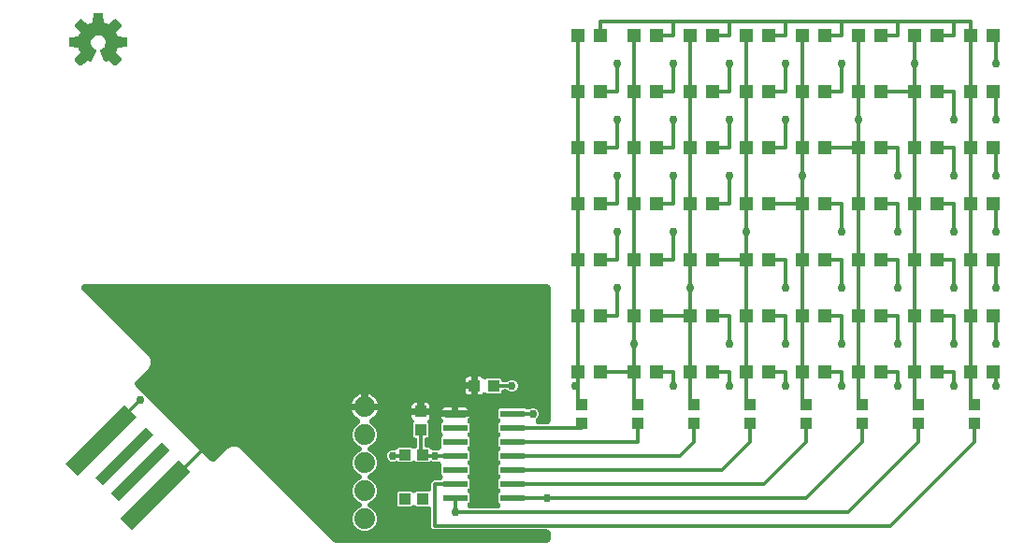
<source format=gbr>
G04 EAGLE Gerber RS-274X export*
G75*
%MOMM*%
%FSLAX34Y34*%
%LPD*%
%INTop Copper*%
%IPPOS*%
%AMOC8*
5,1,8,0,0,1.08239X$1,22.5*%
G01*
%ADD10R,1.050000X1.080000*%
%ADD11R,7.500000X1.500000*%
%ADD12R,6.500000X1.000000*%
%ADD13R,1.200000X1.200000*%
%ADD14R,1.100000X1.000000*%
%ADD15R,1.000000X1.000000*%
%ADD16C,0.609600*%
%ADD17R,2.209800X0.609600*%
%ADD18C,1.879600*%
%ADD19C,0.304800*%
%ADD20C,0.756400*%
%ADD21C,0.812800*%

G36*
X457276Y10167D02*
X457276Y10167D01*
X457352Y10165D01*
X457521Y10187D01*
X457692Y10201D01*
X457766Y10219D01*
X457841Y10229D01*
X458005Y10278D01*
X458171Y10319D01*
X458240Y10349D01*
X458313Y10371D01*
X458467Y10447D01*
X458624Y10514D01*
X458688Y10555D01*
X458757Y10588D01*
X458896Y10687D01*
X459040Y10779D01*
X459097Y10830D01*
X459159Y10874D01*
X459280Y10994D01*
X459408Y11108D01*
X459456Y11167D01*
X459510Y11221D01*
X459611Y11359D01*
X459718Y11492D01*
X459755Y11558D01*
X459800Y11619D01*
X459877Y11772D01*
X459962Y11920D01*
X459988Y11992D01*
X460023Y12060D01*
X460074Y12223D01*
X460133Y12383D01*
X460148Y12458D01*
X460171Y12530D01*
X460183Y12635D01*
X460228Y12867D01*
X460235Y13103D01*
X460247Y13208D01*
X460247Y19304D01*
X460241Y19380D01*
X460243Y19455D01*
X460243Y19456D01*
X460221Y19625D01*
X460207Y19796D01*
X460189Y19870D01*
X460179Y19945D01*
X460130Y20109D01*
X460089Y20275D01*
X460059Y20344D01*
X460037Y20418D01*
X459961Y20571D01*
X459894Y20728D01*
X459853Y20792D01*
X459820Y20861D01*
X459721Y21000D01*
X459629Y21144D01*
X459578Y21201D01*
X459534Y21263D01*
X459414Y21384D01*
X459300Y21512D01*
X459241Y21560D01*
X459187Y21614D01*
X459049Y21715D01*
X458916Y21822D01*
X458850Y21859D01*
X458789Y21904D01*
X458636Y21981D01*
X458488Y22066D01*
X458416Y22092D01*
X458348Y22127D01*
X458185Y22178D01*
X458025Y22237D01*
X457950Y22252D01*
X457878Y22275D01*
X457773Y22287D01*
X457541Y22332D01*
X457305Y22339D01*
X457200Y22351D01*
X354994Y22351D01*
X353873Y22815D01*
X353015Y23673D01*
X352551Y24794D01*
X352551Y40278D01*
X352545Y40354D01*
X352547Y40430D01*
X352525Y40599D01*
X352511Y40770D01*
X352493Y40844D01*
X352483Y40919D01*
X352434Y41083D01*
X352393Y41249D01*
X352363Y41318D01*
X352341Y41392D01*
X352265Y41545D01*
X352198Y41702D01*
X352157Y41766D01*
X352124Y41835D01*
X352025Y41974D01*
X351933Y42118D01*
X351882Y42175D01*
X351838Y42237D01*
X351718Y42358D01*
X351604Y42486D01*
X351545Y42534D01*
X351491Y42588D01*
X351353Y42689D01*
X351220Y42796D01*
X351154Y42833D01*
X351093Y42878D01*
X350940Y42955D01*
X350792Y43040D01*
X350720Y43066D01*
X350652Y43101D01*
X350489Y43152D01*
X350329Y43211D01*
X350254Y43226D01*
X350182Y43249D01*
X350077Y43261D01*
X349845Y43306D01*
X349609Y43313D01*
X349504Y43325D01*
X338918Y43325D01*
X338705Y43539D01*
X338647Y43588D01*
X338595Y43644D01*
X338459Y43748D01*
X338329Y43858D01*
X338264Y43898D01*
X338203Y43944D01*
X338053Y44025D01*
X337906Y44113D01*
X337835Y44141D01*
X337768Y44177D01*
X337607Y44233D01*
X337448Y44296D01*
X337374Y44313D01*
X337302Y44337D01*
X337133Y44366D01*
X336967Y44403D01*
X336890Y44407D01*
X336815Y44420D01*
X336645Y44421D01*
X336474Y44431D01*
X336398Y44422D01*
X336322Y44423D01*
X336153Y44396D01*
X335983Y44378D01*
X335910Y44358D01*
X335835Y44346D01*
X335672Y44293D01*
X335508Y44248D01*
X335439Y44216D01*
X335366Y44192D01*
X335214Y44113D01*
X335059Y44042D01*
X334996Y43999D01*
X334928Y43964D01*
X334846Y43899D01*
X334650Y43767D01*
X334478Y43605D01*
X334395Y43539D01*
X334182Y43325D01*
X322918Y43325D01*
X322025Y44218D01*
X322025Y55482D01*
X322918Y56375D01*
X334182Y56375D01*
X334395Y56161D01*
X334453Y56112D01*
X334506Y56056D01*
X334641Y55952D01*
X334771Y55842D01*
X334837Y55802D01*
X334897Y55756D01*
X335047Y55675D01*
X335194Y55587D01*
X335265Y55559D01*
X335332Y55523D01*
X335493Y55467D01*
X335652Y55404D01*
X335726Y55387D01*
X335798Y55363D01*
X335967Y55334D01*
X336134Y55297D01*
X336210Y55293D01*
X336285Y55280D01*
X336456Y55279D01*
X336626Y55269D01*
X336702Y55278D01*
X336778Y55277D01*
X336947Y55304D01*
X337117Y55322D01*
X337190Y55342D01*
X337265Y55354D01*
X337428Y55407D01*
X337592Y55452D01*
X337662Y55484D01*
X337734Y55508D01*
X337885Y55587D01*
X338041Y55658D01*
X338104Y55701D01*
X338172Y55736D01*
X338254Y55801D01*
X338450Y55933D01*
X338623Y56095D01*
X338705Y56161D01*
X338918Y56375D01*
X349504Y56375D01*
X349580Y56381D01*
X349656Y56379D01*
X349825Y56401D01*
X349996Y56415D01*
X350070Y56433D01*
X350145Y56443D01*
X350309Y56492D01*
X350475Y56533D01*
X350544Y56563D01*
X350618Y56585D01*
X350771Y56661D01*
X350928Y56728D01*
X350992Y56769D01*
X351061Y56802D01*
X351200Y56901D01*
X351344Y56993D01*
X351401Y57044D01*
X351463Y57088D01*
X351584Y57208D01*
X351712Y57322D01*
X351760Y57381D01*
X351814Y57435D01*
X351915Y57573D01*
X352022Y57706D01*
X352059Y57772D01*
X352104Y57833D01*
X352181Y57986D01*
X352266Y58134D01*
X352292Y58206D01*
X352327Y58274D01*
X352378Y58437D01*
X352437Y58597D01*
X352452Y58672D01*
X352475Y58744D01*
X352487Y58849D01*
X352532Y59081D01*
X352539Y59317D01*
X352551Y59422D01*
X352551Y64106D01*
X353015Y65227D01*
X353873Y66085D01*
X354994Y66549D01*
X359548Y66549D01*
X359662Y66558D01*
X359776Y66557D01*
X359908Y66578D01*
X360040Y66589D01*
X360151Y66616D01*
X360264Y66634D01*
X360390Y66675D01*
X360519Y66707D01*
X360624Y66752D01*
X360732Y66788D01*
X360850Y66850D01*
X360972Y66902D01*
X361068Y66963D01*
X361170Y67016D01*
X361243Y67075D01*
X361388Y67167D01*
X361630Y67383D01*
X361703Y67441D01*
X361957Y67695D01*
X362006Y67753D01*
X362062Y67806D01*
X362166Y67941D01*
X362276Y68071D01*
X362316Y68137D01*
X362362Y68197D01*
X362443Y68347D01*
X362531Y68494D01*
X362559Y68565D01*
X362595Y68632D01*
X362651Y68793D01*
X362714Y68952D01*
X362731Y69026D01*
X362755Y69098D01*
X362784Y69267D01*
X362821Y69434D01*
X362825Y69510D01*
X362838Y69585D01*
X362839Y69756D01*
X362849Y69926D01*
X362840Y70002D01*
X362841Y70078D01*
X362814Y70247D01*
X362796Y70417D01*
X362776Y70490D01*
X362764Y70565D01*
X362711Y70728D01*
X362666Y70892D01*
X362634Y70962D01*
X362610Y71034D01*
X362531Y71185D01*
X362460Y71341D01*
X362417Y71404D01*
X362382Y71472D01*
X362317Y71554D01*
X362185Y71750D01*
X362023Y71922D01*
X361957Y72005D01*
X361441Y72520D01*
X361441Y81015D01*
X361427Y81195D01*
X361420Y81375D01*
X361407Y81440D01*
X361401Y81507D01*
X361358Y81682D01*
X361322Y81859D01*
X361299Y81921D01*
X361283Y81986D01*
X361211Y82151D01*
X361148Y82320D01*
X361114Y82378D01*
X361088Y82439D01*
X360991Y82591D01*
X360901Y82748D01*
X360859Y82799D01*
X360823Y82855D01*
X360703Y82990D01*
X360588Y83129D01*
X360539Y83173D01*
X360494Y83223D01*
X360354Y83336D01*
X360219Y83456D01*
X360162Y83491D01*
X360110Y83533D01*
X359954Y83622D01*
X359801Y83718D01*
X359739Y83744D01*
X359682Y83777D01*
X359513Y83840D01*
X359346Y83910D01*
X359281Y83925D01*
X359219Y83948D01*
X359042Y83983D01*
X358867Y84025D01*
X358800Y84030D01*
X358735Y84043D01*
X358555Y84049D01*
X358375Y84062D01*
X358308Y84056D01*
X358242Y84058D01*
X358063Y84035D01*
X357883Y84019D01*
X357832Y84005D01*
X357753Y83994D01*
X357281Y83852D01*
X357250Y83837D01*
X357228Y83830D01*
X356656Y83593D01*
X354544Y83593D01*
X353530Y84013D01*
X353323Y84080D01*
X353116Y84151D01*
X353088Y84156D01*
X353061Y84165D01*
X352845Y84197D01*
X352629Y84234D01*
X352601Y84234D01*
X352573Y84238D01*
X352355Y84236D01*
X352136Y84237D01*
X352108Y84232D01*
X352079Y84232D01*
X351865Y84194D01*
X351649Y84160D01*
X351621Y84151D01*
X351594Y84146D01*
X351388Y84074D01*
X351180Y84006D01*
X351155Y83993D01*
X351128Y83983D01*
X350936Y83879D01*
X350742Y83778D01*
X350724Y83764D01*
X350695Y83748D01*
X350305Y83445D01*
X350250Y83386D01*
X350209Y83353D01*
X350182Y83325D01*
X338918Y83325D01*
X338705Y83539D01*
X338647Y83588D01*
X338594Y83644D01*
X338459Y83748D01*
X338329Y83858D01*
X338263Y83898D01*
X338203Y83944D01*
X338053Y84025D01*
X337906Y84113D01*
X337835Y84141D01*
X337768Y84177D01*
X337607Y84233D01*
X337448Y84296D01*
X337374Y84313D01*
X337302Y84337D01*
X337133Y84366D01*
X336966Y84403D01*
X336890Y84407D01*
X336815Y84420D01*
X336644Y84421D01*
X336474Y84431D01*
X336398Y84422D01*
X336322Y84423D01*
X336153Y84396D01*
X335983Y84378D01*
X335910Y84358D01*
X335835Y84346D01*
X335672Y84293D01*
X335508Y84248D01*
X335438Y84216D01*
X335366Y84192D01*
X335215Y84113D01*
X335059Y84042D01*
X334996Y83999D01*
X334928Y83964D01*
X334846Y83899D01*
X334650Y83767D01*
X334477Y83605D01*
X334395Y83539D01*
X334182Y83325D01*
X322918Y83325D01*
X322891Y83353D01*
X322725Y83494D01*
X322561Y83639D01*
X322537Y83654D01*
X322515Y83672D01*
X322327Y83785D01*
X322143Y83901D01*
X322117Y83912D01*
X322092Y83927D01*
X321889Y84008D01*
X321688Y84093D01*
X321661Y84099D01*
X321634Y84110D01*
X321421Y84157D01*
X321209Y84209D01*
X321180Y84211D01*
X321153Y84217D01*
X320934Y84229D01*
X320717Y84245D01*
X320688Y84243D01*
X320660Y84244D01*
X320442Y84221D01*
X320225Y84202D01*
X320203Y84196D01*
X320169Y84192D01*
X319694Y84062D01*
X319621Y84028D01*
X319570Y84013D01*
X318556Y83593D01*
X316444Y83593D01*
X314494Y84401D01*
X313001Y85894D01*
X312193Y87844D01*
X312193Y89956D01*
X313001Y91906D01*
X314494Y93399D01*
X316444Y94207D01*
X318637Y94207D01*
X318641Y94205D01*
X318669Y94201D01*
X318696Y94192D01*
X318911Y94159D01*
X319127Y94123D01*
X319156Y94122D01*
X319183Y94118D01*
X319401Y94121D01*
X319621Y94120D01*
X319649Y94124D01*
X319677Y94124D01*
X319892Y94162D01*
X320108Y94196D01*
X320135Y94205D01*
X320163Y94210D01*
X320369Y94282D01*
X320577Y94350D01*
X320602Y94364D01*
X320628Y94373D01*
X320820Y94477D01*
X321014Y94578D01*
X321032Y94593D01*
X321062Y94609D01*
X321451Y94911D01*
X321506Y94971D01*
X321547Y95004D01*
X322918Y96375D01*
X334182Y96375D01*
X334395Y96161D01*
X334453Y96112D01*
X334505Y96056D01*
X334641Y95952D01*
X334771Y95842D01*
X334836Y95802D01*
X334897Y95756D01*
X335047Y95675D01*
X335194Y95587D01*
X335265Y95559D01*
X335332Y95523D01*
X335493Y95467D01*
X335652Y95404D01*
X335726Y95387D01*
X335798Y95363D01*
X335967Y95334D01*
X336133Y95297D01*
X336210Y95293D01*
X336285Y95280D01*
X336455Y95279D01*
X336626Y95269D01*
X336702Y95278D01*
X336778Y95277D01*
X336947Y95304D01*
X337117Y95322D01*
X337190Y95342D01*
X337265Y95354D01*
X337428Y95407D01*
X337592Y95452D01*
X337661Y95484D01*
X337734Y95508D01*
X337886Y95587D01*
X338041Y95658D01*
X338104Y95701D01*
X338172Y95736D01*
X338254Y95801D01*
X338450Y95933D01*
X338622Y96095D01*
X338705Y96161D01*
X338959Y96415D01*
X338969Y96427D01*
X338973Y96431D01*
X338993Y96455D01*
X339033Y96502D01*
X339114Y96582D01*
X339192Y96690D01*
X339278Y96791D01*
X339337Y96889D01*
X339404Y96981D01*
X339464Y97100D01*
X339533Y97214D01*
X339575Y97320D01*
X339627Y97422D01*
X339667Y97548D01*
X339716Y97672D01*
X339741Y97783D01*
X339775Y97892D01*
X339785Y97986D01*
X339823Y98153D01*
X339841Y98478D01*
X339851Y98570D01*
X339851Y102578D01*
X339845Y102654D01*
X339847Y102730D01*
X339825Y102899D01*
X339811Y103070D01*
X339793Y103144D01*
X339783Y103219D01*
X339734Y103383D01*
X339693Y103549D01*
X339663Y103618D01*
X339641Y103692D01*
X339565Y103845D01*
X339498Y104002D01*
X339457Y104066D01*
X339424Y104135D01*
X339325Y104274D01*
X339233Y104418D01*
X339182Y104475D01*
X339138Y104537D01*
X339018Y104658D01*
X338904Y104786D01*
X338845Y104834D01*
X338791Y104888D01*
X338653Y104989D01*
X338520Y105096D01*
X338454Y105133D01*
X338393Y105178D01*
X338240Y105255D01*
X338092Y105340D01*
X338020Y105366D01*
X337952Y105401D01*
X337789Y105452D01*
X337629Y105511D01*
X337554Y105526D01*
X337482Y105549D01*
X337377Y105561D01*
X337145Y105606D01*
X336909Y105613D01*
X336804Y105625D01*
X336768Y105625D01*
X335875Y106518D01*
X335875Y117782D01*
X335920Y117835D01*
X335975Y117887D01*
X336079Y118023D01*
X336190Y118153D01*
X336229Y118218D01*
X336276Y118279D01*
X336356Y118429D01*
X336445Y118575D01*
X336473Y118646D01*
X336509Y118713D01*
X336564Y118875D01*
X336628Y119033D01*
X336644Y119108D01*
X336669Y119180D01*
X336697Y119348D01*
X336734Y119515D01*
X336739Y119591D01*
X336752Y119666D01*
X336753Y119837D01*
X336762Y120008D01*
X336754Y120084D01*
X336755Y120160D01*
X336728Y120328D01*
X336710Y120498D01*
X336690Y120572D01*
X336678Y120647D01*
X336625Y120809D01*
X336579Y120974D01*
X336547Y121043D01*
X336524Y121116D01*
X336445Y121267D01*
X336374Y121422D01*
X336331Y121486D01*
X336296Y121553D01*
X336230Y121635D01*
X336098Y121832D01*
X335936Y122004D01*
X335871Y122086D01*
X335367Y122590D01*
X335032Y123169D01*
X334859Y123815D01*
X334859Y126103D01*
X342900Y126103D01*
X350941Y126103D01*
X350941Y123815D01*
X350768Y123169D01*
X350433Y122590D01*
X349929Y122086D01*
X349880Y122028D01*
X349825Y121976D01*
X349721Y121841D01*
X349610Y121710D01*
X349571Y121645D01*
X349524Y121585D01*
X349444Y121434D01*
X349355Y121288D01*
X349327Y121217D01*
X349291Y121150D01*
X349236Y120989D01*
X349172Y120830D01*
X349156Y120755D01*
X349131Y120683D01*
X349103Y120515D01*
X349066Y120348D01*
X349061Y120272D01*
X349048Y120197D01*
X349047Y120026D01*
X349038Y119856D01*
X349046Y119780D01*
X349045Y119704D01*
X349072Y119535D01*
X349090Y119365D01*
X349110Y119292D01*
X349122Y119216D01*
X349176Y119054D01*
X349221Y118889D01*
X349252Y118820D01*
X349276Y118748D01*
X349355Y118596D01*
X349426Y118441D01*
X349469Y118378D01*
X349504Y118310D01*
X349570Y118228D01*
X349702Y118032D01*
X349811Y117915D01*
X349820Y117903D01*
X349867Y117855D01*
X349925Y117783D01*
X349925Y106518D01*
X349032Y105625D01*
X348996Y105625D01*
X348920Y105619D01*
X348844Y105621D01*
X348675Y105599D01*
X348504Y105585D01*
X348430Y105567D01*
X348355Y105557D01*
X348191Y105508D01*
X348025Y105467D01*
X347956Y105437D01*
X347882Y105415D01*
X347729Y105339D01*
X347572Y105272D01*
X347508Y105231D01*
X347439Y105198D01*
X347300Y105099D01*
X347156Y105007D01*
X347099Y104956D01*
X347037Y104912D01*
X346916Y104792D01*
X346788Y104678D01*
X346740Y104619D01*
X346686Y104565D01*
X346585Y104427D01*
X346478Y104294D01*
X346441Y104228D01*
X346396Y104167D01*
X346319Y104014D01*
X346234Y103866D01*
X346208Y103794D01*
X346173Y103726D01*
X346122Y103563D01*
X346063Y103403D01*
X346048Y103328D01*
X346025Y103256D01*
X346013Y103151D01*
X345968Y102919D01*
X345961Y102683D01*
X345949Y102578D01*
X345949Y99422D01*
X345955Y99346D01*
X345953Y99270D01*
X345975Y99101D01*
X345989Y98930D01*
X346007Y98856D01*
X346017Y98781D01*
X346066Y98617D01*
X346107Y98451D01*
X346137Y98382D01*
X346159Y98308D01*
X346235Y98155D01*
X346302Y97998D01*
X346343Y97934D01*
X346376Y97865D01*
X346475Y97726D01*
X346567Y97582D01*
X346618Y97525D01*
X346662Y97463D01*
X346782Y97342D01*
X346896Y97214D01*
X346955Y97166D01*
X347009Y97112D01*
X347147Y97011D01*
X347280Y96904D01*
X347346Y96867D01*
X347407Y96822D01*
X347560Y96745D01*
X347708Y96660D01*
X347780Y96634D01*
X347848Y96599D01*
X348011Y96548D01*
X348171Y96489D01*
X348246Y96474D01*
X348318Y96451D01*
X348423Y96439D01*
X348655Y96394D01*
X348891Y96387D01*
X348996Y96375D01*
X350182Y96375D01*
X351553Y95004D01*
X351719Y94862D01*
X351883Y94718D01*
X351907Y94703D01*
X351929Y94684D01*
X352116Y94571D01*
X352301Y94455D01*
X352327Y94444D01*
X352351Y94430D01*
X352554Y94348D01*
X352755Y94264D01*
X352783Y94257D01*
X352809Y94246D01*
X353022Y94199D01*
X353235Y94148D01*
X353263Y94146D01*
X353291Y94140D01*
X353510Y94127D01*
X353727Y94111D01*
X353755Y94114D01*
X353783Y94112D01*
X354001Y94135D01*
X354218Y94154D01*
X354241Y94161D01*
X354274Y94164D01*
X354429Y94207D01*
X356656Y94207D01*
X357228Y93970D01*
X357400Y93914D01*
X357569Y93852D01*
X357634Y93839D01*
X357697Y93818D01*
X357876Y93791D01*
X358053Y93757D01*
X358119Y93755D01*
X358185Y93745D01*
X358366Y93747D01*
X358546Y93742D01*
X358612Y93750D01*
X358679Y93751D01*
X358856Y93782D01*
X359035Y93806D01*
X359099Y93825D01*
X359164Y93837D01*
X359335Y93896D01*
X359508Y93948D01*
X359567Y93978D01*
X359630Y94000D01*
X359789Y94086D01*
X359951Y94165D01*
X360005Y94204D01*
X360063Y94236D01*
X360206Y94346D01*
X360353Y94451D01*
X360400Y94497D01*
X360453Y94538D01*
X360576Y94671D01*
X360704Y94797D01*
X360743Y94851D01*
X360788Y94900D01*
X360888Y95050D01*
X360994Y95196D01*
X361024Y95256D01*
X361061Y95311D01*
X361135Y95476D01*
X361217Y95637D01*
X361237Y95700D01*
X361264Y95761D01*
X361311Y95935D01*
X361365Y96107D01*
X361371Y96160D01*
X361392Y96237D01*
X361441Y96728D01*
X361439Y96762D01*
X361441Y96785D01*
X361441Y105280D01*
X361957Y105795D01*
X362006Y105853D01*
X362062Y105906D01*
X362166Y106041D01*
X362276Y106171D01*
X362316Y106237D01*
X362362Y106297D01*
X362443Y106447D01*
X362531Y106594D01*
X362559Y106665D01*
X362595Y106732D01*
X362651Y106893D01*
X362714Y107052D01*
X362731Y107126D01*
X362755Y107198D01*
X362784Y107367D01*
X362821Y107534D01*
X362825Y107610D01*
X362838Y107685D01*
X362839Y107856D01*
X362849Y108026D01*
X362840Y108102D01*
X362841Y108178D01*
X362814Y108347D01*
X362796Y108517D01*
X362776Y108590D01*
X362764Y108665D01*
X362711Y108828D01*
X362666Y108992D01*
X362634Y109062D01*
X362610Y109134D01*
X362531Y109285D01*
X362460Y109441D01*
X362417Y109504D01*
X362382Y109572D01*
X362317Y109654D01*
X362185Y109850D01*
X362023Y110022D01*
X361957Y110105D01*
X361441Y110620D01*
X361441Y117980D01*
X362131Y118670D01*
X362181Y118728D01*
X362236Y118780D01*
X362340Y118915D01*
X362451Y119046D01*
X362490Y119111D01*
X362537Y119171D01*
X362617Y119322D01*
X362705Y119468D01*
X362734Y119539D01*
X362770Y119606D01*
X362825Y119768D01*
X362888Y119926D01*
X362905Y120001D01*
X362930Y120073D01*
X362958Y120241D01*
X362995Y120408D01*
X363000Y120484D01*
X363012Y120559D01*
X363013Y120730D01*
X363023Y120900D01*
X363015Y120976D01*
X363015Y121052D01*
X362989Y121221D01*
X362971Y121391D01*
X362950Y121465D01*
X362939Y121540D01*
X362885Y121702D01*
X362840Y121867D01*
X362808Y121936D01*
X362784Y122008D01*
X362705Y122160D01*
X362634Y122315D01*
X362592Y122378D01*
X362557Y122446D01*
X362491Y122528D01*
X362359Y122724D01*
X362197Y122897D01*
X362131Y122979D01*
X361673Y123437D01*
X361329Y123953D01*
X374015Y123953D01*
X386701Y123953D01*
X386357Y123437D01*
X385899Y122979D01*
X385849Y122921D01*
X385794Y122869D01*
X385690Y122734D01*
X385579Y122603D01*
X385540Y122538D01*
X385494Y122477D01*
X385413Y122327D01*
X385325Y122181D01*
X385296Y122110D01*
X385260Y122043D01*
X385205Y121881D01*
X385142Y121723D01*
X385125Y121648D01*
X385100Y121576D01*
X385072Y121408D01*
X385035Y121241D01*
X385030Y121165D01*
X385018Y121090D01*
X385017Y120919D01*
X385007Y120748D01*
X385015Y120673D01*
X385015Y120596D01*
X385041Y120428D01*
X385059Y120258D01*
X385079Y120184D01*
X385091Y120109D01*
X385145Y119947D01*
X385190Y119782D01*
X385222Y119713D01*
X385246Y119640D01*
X385324Y119489D01*
X385396Y119334D01*
X385438Y119270D01*
X385473Y119203D01*
X385539Y119120D01*
X385671Y118924D01*
X385833Y118752D01*
X385899Y118670D01*
X386589Y117980D01*
X386589Y110620D01*
X386073Y110105D01*
X386024Y110047D01*
X385968Y109995D01*
X385864Y109859D01*
X385754Y109729D01*
X385714Y109664D01*
X385668Y109603D01*
X385587Y109453D01*
X385499Y109306D01*
X385471Y109236D01*
X385435Y109168D01*
X385379Y109007D01*
X385316Y108848D01*
X385299Y108774D01*
X385275Y108702D01*
X385246Y108533D01*
X385209Y108367D01*
X385205Y108290D01*
X385192Y108215D01*
X385191Y108045D01*
X385181Y107874D01*
X385190Y107798D01*
X385189Y107722D01*
X385216Y107553D01*
X385234Y107383D01*
X385254Y107310D01*
X385266Y107235D01*
X385319Y107072D01*
X385364Y106908D01*
X385396Y106839D01*
X385420Y106766D01*
X385499Y106614D01*
X385570Y106459D01*
X385613Y106396D01*
X385648Y106328D01*
X385713Y106246D01*
X385845Y106050D01*
X386007Y105878D01*
X386073Y105795D01*
X386589Y105280D01*
X386589Y97920D01*
X386073Y97405D01*
X386024Y97347D01*
X385968Y97295D01*
X385864Y97159D01*
X385754Y97029D01*
X385714Y96964D01*
X385668Y96903D01*
X385587Y96753D01*
X385499Y96606D01*
X385471Y96536D01*
X385435Y96468D01*
X385379Y96307D01*
X385316Y96148D01*
X385299Y96074D01*
X385275Y96002D01*
X385246Y95833D01*
X385209Y95667D01*
X385205Y95590D01*
X385192Y95515D01*
X385191Y95345D01*
X385181Y95174D01*
X385190Y95098D01*
X385189Y95022D01*
X385216Y94853D01*
X385234Y94683D01*
X385254Y94610D01*
X385266Y94535D01*
X385319Y94372D01*
X385364Y94208D01*
X385396Y94139D01*
X385420Y94066D01*
X385499Y93914D01*
X385570Y93759D01*
X385613Y93696D01*
X385648Y93628D01*
X385713Y93546D01*
X385845Y93350D01*
X386007Y93178D01*
X386073Y93095D01*
X386589Y92580D01*
X386589Y85220D01*
X386073Y84705D01*
X386024Y84647D01*
X385968Y84595D01*
X385864Y84459D01*
X385754Y84329D01*
X385714Y84264D01*
X385668Y84203D01*
X385587Y84053D01*
X385499Y83906D01*
X385471Y83836D01*
X385435Y83768D01*
X385379Y83607D01*
X385316Y83448D01*
X385299Y83374D01*
X385275Y83302D01*
X385246Y83133D01*
X385209Y82967D01*
X385205Y82890D01*
X385192Y82815D01*
X385191Y82645D01*
X385181Y82474D01*
X385190Y82398D01*
X385189Y82322D01*
X385216Y82153D01*
X385234Y81983D01*
X385254Y81910D01*
X385266Y81835D01*
X385319Y81672D01*
X385364Y81508D01*
X385396Y81439D01*
X385420Y81366D01*
X385499Y81214D01*
X385570Y81059D01*
X385613Y80996D01*
X385648Y80928D01*
X385713Y80846D01*
X385845Y80650D01*
X386007Y80478D01*
X386073Y80395D01*
X386589Y79880D01*
X386589Y72520D01*
X386073Y72005D01*
X386024Y71947D01*
X385968Y71895D01*
X385864Y71759D01*
X385754Y71629D01*
X385714Y71564D01*
X385668Y71503D01*
X385587Y71353D01*
X385499Y71206D01*
X385471Y71136D01*
X385435Y71068D01*
X385379Y70907D01*
X385316Y70748D01*
X385299Y70674D01*
X385275Y70602D01*
X385246Y70433D01*
X385209Y70267D01*
X385205Y70190D01*
X385192Y70115D01*
X385191Y69945D01*
X385181Y69774D01*
X385190Y69698D01*
X385189Y69622D01*
X385216Y69453D01*
X385234Y69283D01*
X385254Y69210D01*
X385266Y69135D01*
X385319Y68972D01*
X385364Y68808D01*
X385396Y68739D01*
X385420Y68666D01*
X385499Y68514D01*
X385570Y68359D01*
X385613Y68296D01*
X385648Y68228D01*
X385713Y68146D01*
X385845Y67950D01*
X386007Y67778D01*
X386073Y67695D01*
X386589Y67180D01*
X386589Y59820D01*
X386073Y59305D01*
X386024Y59247D01*
X385968Y59195D01*
X385864Y59059D01*
X385754Y58929D01*
X385714Y58864D01*
X385668Y58803D01*
X385587Y58653D01*
X385499Y58506D01*
X385471Y58436D01*
X385435Y58368D01*
X385379Y58207D01*
X385316Y58048D01*
X385299Y57974D01*
X385275Y57902D01*
X385246Y57733D01*
X385209Y57567D01*
X385205Y57490D01*
X385192Y57415D01*
X385191Y57245D01*
X385181Y57074D01*
X385190Y56998D01*
X385189Y56922D01*
X385216Y56753D01*
X385234Y56583D01*
X385254Y56510D01*
X385266Y56435D01*
X385319Y56272D01*
X385364Y56108D01*
X385396Y56039D01*
X385420Y55966D01*
X385499Y55814D01*
X385570Y55659D01*
X385613Y55596D01*
X385648Y55528D01*
X385713Y55446D01*
X385845Y55250D01*
X386007Y55078D01*
X386073Y54995D01*
X386589Y54480D01*
X386589Y47120D01*
X385819Y46351D01*
X385794Y46322D01*
X385766Y46296D01*
X385635Y46134D01*
X385500Y45975D01*
X385480Y45942D01*
X385456Y45912D01*
X385353Y45731D01*
X385245Y45552D01*
X385231Y45517D01*
X385212Y45484D01*
X385139Y45288D01*
X385062Y45094D01*
X385054Y45057D01*
X385040Y45021D01*
X385000Y44817D01*
X384955Y44613D01*
X384953Y44574D01*
X384946Y44537D01*
X384939Y44329D01*
X384927Y44120D01*
X384931Y44082D01*
X384930Y44044D01*
X384958Y43837D01*
X384980Y43629D01*
X384990Y43593D01*
X384995Y43555D01*
X385055Y43354D01*
X385110Y43154D01*
X385126Y43119D01*
X385137Y43082D01*
X385229Y42895D01*
X385316Y42705D01*
X385337Y42674D01*
X385354Y42639D01*
X385475Y42469D01*
X385591Y42296D01*
X385618Y42268D01*
X385640Y42237D01*
X385786Y42089D01*
X385929Y41936D01*
X385959Y41913D01*
X385986Y41886D01*
X386155Y41763D01*
X386321Y41636D01*
X386354Y41618D01*
X386385Y41596D01*
X386571Y41502D01*
X386755Y41403D01*
X386791Y41391D01*
X386825Y41373D01*
X387025Y41310D01*
X387222Y41243D01*
X387259Y41237D01*
X387296Y41225D01*
X387389Y41215D01*
X387708Y41160D01*
X387880Y41159D01*
X387974Y41149D01*
X412126Y41149D01*
X412164Y41152D01*
X412202Y41150D01*
X412410Y41172D01*
X412618Y41189D01*
X412655Y41198D01*
X412693Y41202D01*
X412894Y41257D01*
X413097Y41307D01*
X413132Y41322D01*
X413169Y41333D01*
X413359Y41420D01*
X413550Y41502D01*
X413582Y41522D01*
X413617Y41538D01*
X413791Y41655D01*
X413966Y41767D01*
X413995Y41792D01*
X414026Y41814D01*
X414178Y41957D01*
X414334Y42096D01*
X414358Y42125D01*
X414386Y42152D01*
X414513Y42317D01*
X414644Y42480D01*
X414663Y42513D01*
X414686Y42543D01*
X414785Y42727D01*
X414888Y42908D01*
X414901Y42944D01*
X414919Y42978D01*
X414987Y43175D01*
X415060Y43371D01*
X415067Y43408D01*
X415079Y43444D01*
X415114Y43651D01*
X415154Y43855D01*
X415156Y43893D01*
X415162Y43931D01*
X415163Y44140D01*
X415170Y44348D01*
X415165Y44386D01*
X415165Y44424D01*
X415132Y44631D01*
X415105Y44837D01*
X415094Y44874D01*
X415088Y44911D01*
X415023Y45110D01*
X414963Y45309D01*
X414946Y45344D01*
X414934Y45380D01*
X414838Y45565D01*
X414746Y45753D01*
X414724Y45784D01*
X414706Y45818D01*
X414648Y45890D01*
X414460Y46155D01*
X414340Y46277D01*
X414281Y46351D01*
X413511Y47120D01*
X413511Y54480D01*
X414027Y54995D01*
X414076Y55053D01*
X414132Y55106D01*
X414236Y55241D01*
X414346Y55371D01*
X414386Y55437D01*
X414432Y55497D01*
X414513Y55647D01*
X414601Y55794D01*
X414629Y55865D01*
X414665Y55932D01*
X414721Y56093D01*
X414784Y56252D01*
X414801Y56326D01*
X414825Y56398D01*
X414854Y56567D01*
X414891Y56734D01*
X414895Y56810D01*
X414908Y56885D01*
X414909Y57056D01*
X414919Y57226D01*
X414910Y57302D01*
X414911Y57378D01*
X414884Y57547D01*
X414866Y57717D01*
X414846Y57790D01*
X414834Y57865D01*
X414781Y58028D01*
X414736Y58192D01*
X414704Y58262D01*
X414680Y58334D01*
X414601Y58485D01*
X414530Y58641D01*
X414487Y58704D01*
X414452Y58772D01*
X414387Y58854D01*
X414255Y59050D01*
X414093Y59222D01*
X414027Y59305D01*
X413511Y59820D01*
X413511Y67180D01*
X414027Y67695D01*
X414076Y67753D01*
X414132Y67806D01*
X414236Y67941D01*
X414346Y68071D01*
X414386Y68137D01*
X414432Y68197D01*
X414513Y68347D01*
X414601Y68494D01*
X414629Y68565D01*
X414665Y68632D01*
X414721Y68793D01*
X414784Y68952D01*
X414801Y69026D01*
X414825Y69098D01*
X414854Y69267D01*
X414891Y69434D01*
X414895Y69510D01*
X414908Y69585D01*
X414909Y69756D01*
X414919Y69926D01*
X414910Y70002D01*
X414911Y70078D01*
X414884Y70247D01*
X414866Y70417D01*
X414846Y70490D01*
X414834Y70565D01*
X414781Y70728D01*
X414736Y70892D01*
X414704Y70962D01*
X414680Y71034D01*
X414601Y71185D01*
X414530Y71341D01*
X414487Y71404D01*
X414452Y71472D01*
X414387Y71554D01*
X414255Y71750D01*
X414093Y71922D01*
X414027Y72005D01*
X413511Y72520D01*
X413511Y79880D01*
X414027Y80395D01*
X414076Y80453D01*
X414132Y80506D01*
X414236Y80641D01*
X414346Y80771D01*
X414386Y80837D01*
X414432Y80897D01*
X414513Y81047D01*
X414601Y81194D01*
X414629Y81265D01*
X414665Y81332D01*
X414721Y81493D01*
X414784Y81652D01*
X414801Y81726D01*
X414825Y81798D01*
X414854Y81967D01*
X414891Y82134D01*
X414895Y82210D01*
X414908Y82285D01*
X414909Y82456D01*
X414919Y82626D01*
X414910Y82702D01*
X414911Y82778D01*
X414884Y82947D01*
X414866Y83117D01*
X414846Y83190D01*
X414834Y83265D01*
X414781Y83428D01*
X414736Y83592D01*
X414704Y83662D01*
X414680Y83734D01*
X414601Y83885D01*
X414530Y84041D01*
X414487Y84104D01*
X414452Y84172D01*
X414387Y84254D01*
X414255Y84450D01*
X414093Y84622D01*
X414027Y84705D01*
X413511Y85220D01*
X413511Y92580D01*
X414027Y93095D01*
X414076Y93153D01*
X414132Y93206D01*
X414236Y93341D01*
X414346Y93471D01*
X414386Y93537D01*
X414432Y93597D01*
X414513Y93747D01*
X414601Y93894D01*
X414629Y93965D01*
X414665Y94032D01*
X414721Y94193D01*
X414784Y94352D01*
X414801Y94426D01*
X414825Y94498D01*
X414854Y94667D01*
X414891Y94834D01*
X414895Y94910D01*
X414908Y94985D01*
X414909Y95156D01*
X414919Y95326D01*
X414910Y95402D01*
X414911Y95478D01*
X414884Y95647D01*
X414866Y95817D01*
X414846Y95890D01*
X414834Y95965D01*
X414781Y96128D01*
X414736Y96292D01*
X414704Y96362D01*
X414680Y96434D01*
X414601Y96585D01*
X414530Y96741D01*
X414487Y96804D01*
X414452Y96872D01*
X414387Y96954D01*
X414255Y97150D01*
X414093Y97322D01*
X414027Y97405D01*
X413511Y97920D01*
X413511Y105280D01*
X414027Y105795D01*
X414076Y105853D01*
X414132Y105906D01*
X414236Y106041D01*
X414346Y106171D01*
X414386Y106237D01*
X414432Y106297D01*
X414513Y106447D01*
X414601Y106594D01*
X414629Y106665D01*
X414665Y106732D01*
X414721Y106893D01*
X414784Y107052D01*
X414801Y107126D01*
X414825Y107198D01*
X414854Y107367D01*
X414891Y107534D01*
X414895Y107610D01*
X414908Y107685D01*
X414909Y107856D01*
X414919Y108026D01*
X414910Y108102D01*
X414911Y108178D01*
X414884Y108347D01*
X414866Y108517D01*
X414846Y108590D01*
X414834Y108665D01*
X414781Y108828D01*
X414736Y108992D01*
X414704Y109062D01*
X414680Y109134D01*
X414601Y109285D01*
X414530Y109441D01*
X414487Y109504D01*
X414452Y109572D01*
X414387Y109654D01*
X414255Y109850D01*
X414093Y110022D01*
X414027Y110105D01*
X413511Y110620D01*
X413511Y117980D01*
X414027Y118495D01*
X414076Y118553D01*
X414132Y118606D01*
X414236Y118741D01*
X414346Y118871D01*
X414386Y118937D01*
X414432Y118997D01*
X414513Y119147D01*
X414601Y119294D01*
X414629Y119365D01*
X414665Y119432D01*
X414721Y119593D01*
X414784Y119752D01*
X414801Y119826D01*
X414825Y119898D01*
X414854Y120067D01*
X414891Y120234D01*
X414895Y120310D01*
X414908Y120385D01*
X414909Y120556D01*
X414919Y120726D01*
X414910Y120802D01*
X414911Y120878D01*
X414884Y121047D01*
X414866Y121217D01*
X414846Y121290D01*
X414834Y121365D01*
X414781Y121528D01*
X414736Y121692D01*
X414704Y121762D01*
X414680Y121834D01*
X414601Y121985D01*
X414530Y122141D01*
X414487Y122204D01*
X414452Y122272D01*
X414387Y122354D01*
X414255Y122550D01*
X414093Y122722D01*
X414027Y122805D01*
X413511Y123320D01*
X413511Y130680D01*
X414404Y131573D01*
X437810Y131573D01*
X437888Y131507D01*
X437954Y131467D01*
X438014Y131421D01*
X438164Y131341D01*
X438310Y131252D01*
X438381Y131224D01*
X438449Y131188D01*
X438610Y131132D01*
X438769Y131069D01*
X438843Y131053D01*
X438916Y131028D01*
X439084Y130999D01*
X439250Y130962D01*
X439327Y130958D01*
X439402Y130945D01*
X439572Y130944D01*
X439743Y130935D01*
X439819Y130943D01*
X439895Y130942D01*
X440064Y130969D01*
X440233Y130987D01*
X440307Y131007D01*
X440383Y131019D01*
X440544Y131072D01*
X440709Y131118D01*
X440779Y131149D01*
X440851Y131173D01*
X441002Y131252D01*
X441157Y131323D01*
X441221Y131366D01*
X441289Y131401D01*
X441321Y131427D01*
X443444Y132307D01*
X445556Y132307D01*
X447506Y131499D01*
X448999Y130006D01*
X449807Y128056D01*
X449807Y125944D01*
X448999Y123994D01*
X447556Y122551D01*
X447531Y122522D01*
X447502Y122496D01*
X447372Y122334D01*
X447236Y122175D01*
X447216Y122142D01*
X447192Y122112D01*
X447089Y121931D01*
X446982Y121752D01*
X446967Y121717D01*
X446948Y121684D01*
X446876Y121488D01*
X446798Y121294D01*
X446790Y121257D01*
X446777Y121221D01*
X446737Y121017D01*
X446692Y120813D01*
X446689Y120774D01*
X446682Y120737D01*
X446676Y120529D01*
X446664Y120320D01*
X446668Y120282D01*
X446667Y120244D01*
X446694Y120037D01*
X446716Y119829D01*
X446726Y119793D01*
X446731Y119755D01*
X446792Y119554D01*
X446847Y119354D01*
X446863Y119319D01*
X446874Y119282D01*
X446966Y119095D01*
X447053Y118905D01*
X447074Y118874D01*
X447091Y118839D01*
X447211Y118669D01*
X447328Y118496D01*
X447354Y118468D01*
X447376Y118437D01*
X447523Y118289D01*
X447666Y118136D01*
X447696Y118113D01*
X447723Y118086D01*
X447891Y117963D01*
X448057Y117836D01*
X448091Y117818D01*
X448122Y117796D01*
X448308Y117702D01*
X448492Y117603D01*
X448528Y117591D01*
X448562Y117573D01*
X448762Y117510D01*
X448959Y117443D01*
X448996Y117437D01*
X449033Y117425D01*
X449125Y117415D01*
X449445Y117360D01*
X449617Y117359D01*
X449710Y117349D01*
X457200Y117349D01*
X457276Y117355D01*
X457352Y117353D01*
X457521Y117375D01*
X457692Y117389D01*
X457766Y117407D01*
X457841Y117417D01*
X458005Y117466D01*
X458171Y117507D01*
X458240Y117537D01*
X458314Y117559D01*
X458467Y117635D01*
X458624Y117702D01*
X458688Y117743D01*
X458757Y117776D01*
X458896Y117875D01*
X459040Y117967D01*
X459097Y118018D01*
X459159Y118062D01*
X459280Y118182D01*
X459408Y118296D01*
X459456Y118355D01*
X459510Y118409D01*
X459611Y118547D01*
X459718Y118680D01*
X459755Y118746D01*
X459800Y118807D01*
X459877Y118960D01*
X459962Y119108D01*
X459988Y119180D01*
X460023Y119248D01*
X460074Y119411D01*
X460133Y119571D01*
X460148Y119646D01*
X460171Y119718D01*
X460183Y119823D01*
X460228Y120055D01*
X460235Y120291D01*
X460247Y120396D01*
X460247Y241300D01*
X460241Y241376D01*
X460243Y241452D01*
X460221Y241621D01*
X460207Y241792D01*
X460189Y241866D01*
X460179Y241941D01*
X460130Y242105D01*
X460089Y242271D01*
X460059Y242340D01*
X460037Y242414D01*
X459961Y242567D01*
X459894Y242724D01*
X459853Y242788D01*
X459820Y242857D01*
X459721Y242996D01*
X459629Y243140D01*
X459578Y243197D01*
X459534Y243259D01*
X459414Y243380D01*
X459300Y243508D01*
X459241Y243556D01*
X459187Y243610D01*
X459049Y243711D01*
X458916Y243818D01*
X458850Y243855D01*
X458789Y243900D01*
X458636Y243977D01*
X458488Y244062D01*
X458416Y244088D01*
X458348Y244123D01*
X458185Y244174D01*
X458025Y244233D01*
X457950Y244248D01*
X457878Y244271D01*
X457773Y244283D01*
X457541Y244328D01*
X457305Y244335D01*
X457200Y244347D01*
X38556Y244347D01*
X38511Y244344D01*
X38467Y244346D01*
X38266Y244324D01*
X38064Y244307D01*
X38021Y244297D01*
X37976Y244292D01*
X37782Y244237D01*
X37585Y244189D01*
X37544Y244171D01*
X37501Y244159D01*
X37318Y244074D01*
X37132Y243994D01*
X37094Y243970D01*
X37054Y243951D01*
X36886Y243838D01*
X36716Y243729D01*
X36683Y243699D01*
X36646Y243674D01*
X36499Y243535D01*
X36348Y243400D01*
X36320Y243365D01*
X36288Y243335D01*
X36165Y243174D01*
X36038Y243016D01*
X36016Y242978D01*
X35989Y242942D01*
X35894Y242763D01*
X35794Y242588D01*
X35779Y242546D01*
X35758Y242506D01*
X35693Y242315D01*
X35623Y242125D01*
X35614Y242081D01*
X35600Y242039D01*
X35567Y241839D01*
X35528Y241641D01*
X35527Y241596D01*
X35519Y241552D01*
X35519Y241349D01*
X35513Y241148D01*
X35518Y241104D01*
X35518Y241059D01*
X35551Y240859D01*
X35577Y240659D01*
X35590Y240616D01*
X35597Y240572D01*
X35661Y240380D01*
X35719Y240187D01*
X35739Y240146D01*
X35753Y240104D01*
X35848Y239925D01*
X35936Y239743D01*
X35962Y239707D01*
X35983Y239667D01*
X36045Y239591D01*
X36222Y239341D01*
X36350Y239211D01*
X36411Y239136D01*
X93064Y182976D01*
X93065Y182976D01*
X93069Y182972D01*
X93254Y182816D01*
X93264Y182807D01*
X94914Y181142D01*
X94926Y181132D01*
X94933Y181123D01*
X96360Y179709D01*
X97121Y177849D01*
X97128Y177835D01*
X97131Y177824D01*
X97908Y175971D01*
X97899Y173962D01*
X97901Y173946D01*
X97899Y173935D01*
X97908Y171925D01*
X97131Y170073D01*
X97126Y170058D01*
X97121Y170048D01*
X96360Y168188D01*
X94933Y166773D01*
X94923Y166761D01*
X94914Y166754D01*
X93287Y165113D01*
X93203Y165050D01*
X93124Y164969D01*
X93069Y164925D01*
X84695Y156624D01*
X84641Y156561D01*
X84580Y156504D01*
X84480Y156374D01*
X84374Y156250D01*
X84331Y156179D01*
X84280Y156113D01*
X84203Y155968D01*
X84117Y155828D01*
X84086Y155751D01*
X84047Y155678D01*
X83994Y155523D01*
X83932Y155371D01*
X83914Y155290D01*
X83887Y155212D01*
X83859Y155050D01*
X83823Y154890D01*
X83818Y154807D01*
X83804Y154725D01*
X83803Y154561D01*
X83793Y154397D01*
X83802Y154315D01*
X83801Y154232D01*
X83827Y154070D01*
X83844Y153906D01*
X83865Y153826D01*
X83878Y153745D01*
X83929Y153589D01*
X83972Y153430D01*
X84006Y153355D01*
X84032Y153276D01*
X84108Y153130D01*
X84176Y152981D01*
X84222Y152912D01*
X84260Y152838D01*
X84325Y152757D01*
X84449Y152570D01*
X84620Y152387D01*
X84685Y152305D01*
X152643Y84348D01*
X152701Y84298D01*
X152753Y84243D01*
X152889Y84139D01*
X153019Y84028D01*
X153084Y83989D01*
X153145Y83943D01*
X153295Y83862D01*
X153441Y83774D01*
X153512Y83745D01*
X153579Y83709D01*
X153741Y83654D01*
X153899Y83591D01*
X153974Y83574D01*
X154046Y83549D01*
X154215Y83521D01*
X154381Y83484D01*
X154457Y83479D01*
X154532Y83467D01*
X154703Y83466D01*
X154874Y83456D01*
X154949Y83464D01*
X155026Y83464D01*
X155195Y83490D01*
X155364Y83508D01*
X155438Y83528D01*
X155513Y83540D01*
X155675Y83594D01*
X155840Y83639D01*
X155909Y83671D01*
X155982Y83695D01*
X156133Y83773D01*
X156288Y83845D01*
X156352Y83887D01*
X156419Y83922D01*
X156502Y83988D01*
X156698Y84120D01*
X156870Y84282D01*
X156952Y84348D01*
X167224Y94619D01*
X168193Y95588D01*
X171927Y97135D01*
X175969Y97135D01*
X179704Y95588D01*
X264239Y11053D01*
X264326Y10979D01*
X264406Y10898D01*
X264513Y10820D01*
X264615Y10734D01*
X264712Y10675D01*
X264805Y10608D01*
X264923Y10548D01*
X265037Y10479D01*
X265143Y10437D01*
X265245Y10385D01*
X265372Y10345D01*
X265495Y10296D01*
X265607Y10271D01*
X265716Y10237D01*
X265809Y10227D01*
X265977Y10189D01*
X266301Y10171D01*
X266393Y10161D01*
X457200Y10161D01*
X457276Y10167D01*
G37*
%LPC*%
G36*
X289927Y20827D02*
X289927Y20827D01*
X285913Y22490D01*
X282840Y25563D01*
X281177Y29577D01*
X281177Y33923D01*
X282840Y37937D01*
X285913Y41010D01*
X287421Y41635D01*
X287455Y41652D01*
X287491Y41665D01*
X287674Y41764D01*
X287860Y41860D01*
X287891Y41882D01*
X287924Y41901D01*
X288089Y42029D01*
X288257Y42153D01*
X288284Y42180D01*
X288314Y42203D01*
X288456Y42356D01*
X288602Y42506D01*
X288624Y42537D01*
X288650Y42565D01*
X288765Y42739D01*
X288885Y42910D01*
X288901Y42944D01*
X288922Y42976D01*
X289008Y43166D01*
X289099Y43354D01*
X289110Y43391D01*
X289125Y43426D01*
X289179Y43627D01*
X289238Y43828D01*
X289243Y43866D01*
X289253Y43902D01*
X289274Y44110D01*
X289300Y44317D01*
X289298Y44355D01*
X289302Y44393D01*
X289289Y44602D01*
X289281Y44810D01*
X289274Y44847D01*
X289271Y44886D01*
X289225Y45089D01*
X289183Y45294D01*
X289170Y45330D01*
X289161Y45367D01*
X289083Y45559D01*
X289009Y45755D01*
X288990Y45788D01*
X288975Y45823D01*
X288867Y46001D01*
X288762Y46182D01*
X288738Y46212D01*
X288718Y46244D01*
X288582Y46402D01*
X288450Y46564D01*
X288421Y46589D01*
X288396Y46618D01*
X288236Y46753D01*
X288080Y46891D01*
X288048Y46911D01*
X288018Y46935D01*
X287937Y46980D01*
X287662Y47153D01*
X287504Y47220D01*
X287421Y47265D01*
X285913Y47890D01*
X282840Y50963D01*
X281177Y54977D01*
X281177Y59323D01*
X282840Y63337D01*
X285913Y66410D01*
X287421Y67035D01*
X287455Y67052D01*
X287491Y67065D01*
X287675Y67165D01*
X287860Y67260D01*
X287891Y67282D01*
X287925Y67301D01*
X288089Y67429D01*
X288257Y67553D01*
X288284Y67580D01*
X288314Y67603D01*
X288456Y67757D01*
X288602Y67906D01*
X288624Y67937D01*
X288650Y67965D01*
X288765Y68139D01*
X288885Y68310D01*
X288901Y68344D01*
X288922Y68376D01*
X289008Y68567D01*
X289099Y68755D01*
X289109Y68791D01*
X289125Y68826D01*
X289179Y69028D01*
X289238Y69228D01*
X289243Y69266D01*
X289253Y69302D01*
X289274Y69510D01*
X289300Y69717D01*
X289298Y69755D01*
X289302Y69793D01*
X289289Y70002D01*
X289281Y70210D01*
X289274Y70248D01*
X289271Y70286D01*
X289225Y70489D01*
X289183Y70694D01*
X289170Y70729D01*
X289161Y70767D01*
X289083Y70960D01*
X289009Y71155D01*
X288990Y71188D01*
X288975Y71224D01*
X288867Y71401D01*
X288762Y71582D01*
X288738Y71612D01*
X288718Y71644D01*
X288582Y71803D01*
X288450Y71964D01*
X288421Y71990D01*
X288396Y72018D01*
X288236Y72153D01*
X288080Y72291D01*
X288048Y72311D01*
X288018Y72335D01*
X287937Y72380D01*
X287662Y72553D01*
X287504Y72620D01*
X287421Y72665D01*
X285913Y73290D01*
X282840Y76363D01*
X281177Y80377D01*
X281177Y84723D01*
X282840Y88737D01*
X285913Y91810D01*
X287421Y92435D01*
X287455Y92452D01*
X287491Y92465D01*
X287674Y92564D01*
X287860Y92660D01*
X287891Y92682D01*
X287924Y92701D01*
X288089Y92829D01*
X288257Y92953D01*
X288284Y92980D01*
X288314Y93003D01*
X288456Y93156D01*
X288602Y93306D01*
X288624Y93337D01*
X288650Y93365D01*
X288765Y93539D01*
X288885Y93710D01*
X288901Y93744D01*
X288922Y93776D01*
X289008Y93966D01*
X289099Y94154D01*
X289110Y94191D01*
X289125Y94226D01*
X289179Y94427D01*
X289238Y94628D01*
X289243Y94666D01*
X289253Y94702D01*
X289274Y94910D01*
X289300Y95117D01*
X289298Y95155D01*
X289302Y95193D01*
X289289Y95402D01*
X289281Y95610D01*
X289274Y95647D01*
X289271Y95686D01*
X289225Y95889D01*
X289183Y96094D01*
X289170Y96130D01*
X289161Y96167D01*
X289083Y96359D01*
X289009Y96555D01*
X288990Y96588D01*
X288975Y96623D01*
X288867Y96801D01*
X288762Y96982D01*
X288738Y97012D01*
X288718Y97044D01*
X288582Y97202D01*
X288450Y97364D01*
X288421Y97389D01*
X288396Y97418D01*
X288236Y97553D01*
X288080Y97691D01*
X288048Y97711D01*
X288018Y97735D01*
X287937Y97780D01*
X287662Y97953D01*
X287504Y98020D01*
X287421Y98065D01*
X285913Y98690D01*
X282840Y101763D01*
X281177Y105777D01*
X281177Y110123D01*
X282840Y114137D01*
X285913Y117210D01*
X286186Y117323D01*
X286333Y117398D01*
X286484Y117466D01*
X286552Y117511D01*
X286625Y117548D01*
X286758Y117646D01*
X286896Y117737D01*
X286956Y117793D01*
X287022Y117841D01*
X287137Y117959D01*
X287259Y118071D01*
X287309Y118136D01*
X287366Y118194D01*
X287461Y118330D01*
X287563Y118460D01*
X287603Y118531D01*
X287649Y118598D01*
X287721Y118748D01*
X287801Y118892D01*
X287828Y118969D01*
X287863Y119043D01*
X287910Y119201D01*
X287965Y119357D01*
X287980Y119438D01*
X288003Y119516D01*
X288024Y119680D01*
X288053Y119843D01*
X288054Y119924D01*
X288064Y120006D01*
X288058Y120171D01*
X288061Y120336D01*
X288049Y120417D01*
X288046Y120499D01*
X288013Y120661D01*
X287989Y120824D01*
X287964Y120902D01*
X287948Y120982D01*
X287890Y121136D01*
X287839Y121294D01*
X287802Y121367D01*
X287774Y121444D01*
X287691Y121587D01*
X287616Y121734D01*
X287568Y121800D01*
X287527Y121871D01*
X287422Y121998D01*
X287324Y122132D01*
X287266Y122189D01*
X287214Y122253D01*
X287091Y122362D01*
X286972Y122478D01*
X286919Y122513D01*
X286844Y122579D01*
X286427Y122841D01*
X286413Y122847D01*
X286403Y122853D01*
X285843Y123139D01*
X284322Y124244D01*
X282994Y125572D01*
X281889Y127093D01*
X281036Y128767D01*
X280537Y130303D01*
X292100Y130303D01*
X303663Y130303D01*
X303164Y128767D01*
X302311Y127093D01*
X301206Y125572D01*
X299878Y124244D01*
X298357Y123139D01*
X297797Y122853D01*
X297656Y122767D01*
X297511Y122688D01*
X297446Y122638D01*
X297377Y122595D01*
X297251Y122486D01*
X297121Y122385D01*
X297066Y122325D01*
X297004Y122272D01*
X296898Y122144D01*
X296786Y122023D01*
X296741Y121955D01*
X296688Y121892D01*
X296604Y121750D01*
X296513Y121612D01*
X296479Y121538D01*
X296438Y121467D01*
X296378Y121313D01*
X296310Y121162D01*
X296289Y121084D01*
X296259Y121007D01*
X296225Y120845D01*
X296182Y120686D01*
X296174Y120605D01*
X296157Y120525D01*
X296150Y120359D01*
X296133Y120195D01*
X296138Y120114D01*
X296135Y120032D01*
X296154Y119867D01*
X296164Y119703D01*
X296182Y119623D01*
X296192Y119542D01*
X296237Y119383D01*
X296274Y119222D01*
X296305Y119146D01*
X296327Y119068D01*
X296398Y118918D01*
X296460Y118765D01*
X296503Y118695D01*
X296537Y118621D01*
X296631Y118485D01*
X296717Y118344D01*
X296770Y118282D01*
X296817Y118215D01*
X296931Y118095D01*
X297039Y117970D01*
X297102Y117917D01*
X297158Y117859D01*
X297290Y117759D01*
X297417Y117653D01*
X297473Y117622D01*
X297553Y117562D01*
X297990Y117333D01*
X298004Y117328D01*
X298014Y117323D01*
X298287Y117210D01*
X301360Y114137D01*
X303023Y110123D01*
X303023Y105777D01*
X301360Y101763D01*
X298287Y98690D01*
X296779Y98065D01*
X296745Y98048D01*
X296709Y98035D01*
X296525Y97935D01*
X296340Y97840D01*
X296309Y97818D01*
X296275Y97799D01*
X296111Y97671D01*
X295943Y97547D01*
X295916Y97520D01*
X295886Y97497D01*
X295744Y97343D01*
X295598Y97194D01*
X295576Y97163D01*
X295550Y97135D01*
X295435Y96961D01*
X295315Y96790D01*
X295299Y96756D01*
X295278Y96724D01*
X295192Y96533D01*
X295101Y96345D01*
X295090Y96309D01*
X295075Y96274D01*
X295021Y96072D01*
X294962Y95872D01*
X294957Y95834D01*
X294947Y95798D01*
X294926Y95590D01*
X294900Y95383D01*
X294902Y95345D01*
X294898Y95307D01*
X294911Y95098D01*
X294919Y94890D01*
X294926Y94852D01*
X294929Y94814D01*
X294975Y94611D01*
X295017Y94406D01*
X295030Y94371D01*
X295039Y94333D01*
X295118Y94140D01*
X295191Y93945D01*
X295210Y93912D01*
X295225Y93876D01*
X295333Y93699D01*
X295438Y93518D01*
X295462Y93488D01*
X295482Y93456D01*
X295618Y93297D01*
X295750Y93136D01*
X295779Y93110D01*
X295804Y93082D01*
X295964Y92947D01*
X296120Y92809D01*
X296152Y92789D01*
X296182Y92765D01*
X296263Y92720D01*
X296538Y92547D01*
X296696Y92480D01*
X296779Y92435D01*
X298287Y91810D01*
X301360Y88737D01*
X303023Y84723D01*
X303023Y80377D01*
X301360Y76363D01*
X298287Y73290D01*
X296779Y72665D01*
X296745Y72648D01*
X296709Y72635D01*
X296526Y72536D01*
X296340Y72440D01*
X296309Y72418D01*
X296276Y72399D01*
X296111Y72271D01*
X295943Y72147D01*
X295916Y72120D01*
X295886Y72097D01*
X295744Y71944D01*
X295598Y71794D01*
X295576Y71763D01*
X295550Y71735D01*
X295435Y71561D01*
X295315Y71390D01*
X295299Y71356D01*
X295278Y71324D01*
X295192Y71134D01*
X295101Y70946D01*
X295090Y70909D01*
X295075Y70874D01*
X295021Y70673D01*
X294962Y70472D01*
X294957Y70434D01*
X294947Y70398D01*
X294926Y70190D01*
X294900Y69983D01*
X294902Y69945D01*
X294898Y69907D01*
X294911Y69698D01*
X294919Y69490D01*
X294926Y69453D01*
X294929Y69414D01*
X294975Y69211D01*
X295017Y69006D01*
X295030Y68970D01*
X295039Y68933D01*
X295117Y68740D01*
X295191Y68545D01*
X295210Y68512D01*
X295225Y68477D01*
X295333Y68299D01*
X295438Y68118D01*
X295462Y68088D01*
X295482Y68056D01*
X295618Y67898D01*
X295750Y67736D01*
X295779Y67711D01*
X295804Y67682D01*
X295964Y67547D01*
X296120Y67409D01*
X296152Y67389D01*
X296182Y67365D01*
X296263Y67320D01*
X296538Y67147D01*
X296696Y67080D01*
X296779Y67035D01*
X298287Y66410D01*
X301360Y63337D01*
X303023Y59323D01*
X303023Y54977D01*
X301360Y50963D01*
X298287Y47890D01*
X296779Y47265D01*
X296745Y47248D01*
X296709Y47235D01*
X296525Y47135D01*
X296340Y47040D01*
X296309Y47018D01*
X296275Y46999D01*
X296111Y46871D01*
X295943Y46747D01*
X295916Y46720D01*
X295886Y46697D01*
X295744Y46543D01*
X295598Y46394D01*
X295576Y46363D01*
X295550Y46335D01*
X295435Y46161D01*
X295315Y45990D01*
X295299Y45956D01*
X295278Y45924D01*
X295192Y45733D01*
X295101Y45545D01*
X295091Y45509D01*
X295075Y45474D01*
X295021Y45272D01*
X294962Y45072D01*
X294957Y45034D01*
X294947Y44998D01*
X294926Y44790D01*
X294900Y44583D01*
X294902Y44545D01*
X294898Y44507D01*
X294911Y44298D01*
X294919Y44090D01*
X294926Y44052D01*
X294929Y44014D01*
X294975Y43811D01*
X295017Y43606D01*
X295030Y43571D01*
X295039Y43533D01*
X295117Y43340D01*
X295191Y43145D01*
X295210Y43112D01*
X295225Y43076D01*
X295333Y42899D01*
X295438Y42718D01*
X295462Y42688D01*
X295482Y42656D01*
X295618Y42497D01*
X295750Y42336D01*
X295779Y42310D01*
X295804Y42282D01*
X295964Y42147D01*
X296120Y42009D01*
X296152Y41989D01*
X296182Y41965D01*
X296263Y41920D01*
X296538Y41747D01*
X296696Y41680D01*
X296779Y41635D01*
X298287Y41010D01*
X301360Y37937D01*
X303023Y33923D01*
X303023Y29577D01*
X301360Y25563D01*
X298287Y22490D01*
X294273Y20827D01*
X289927Y20827D01*
G37*
%LPD*%
G36*
X35177Y442272D02*
X35177Y442272D01*
X35231Y442268D01*
X35334Y442286D01*
X35438Y442296D01*
X35490Y442315D01*
X35544Y442325D01*
X35639Y442368D01*
X35738Y442404D01*
X35783Y442435D01*
X35833Y442458D01*
X35964Y442551D01*
X41704Y447232D01*
X43536Y446288D01*
X43547Y446283D01*
X43558Y446277D01*
X43697Y446229D01*
X43834Y446179D01*
X43847Y446177D01*
X43859Y446173D01*
X44005Y446162D01*
X44151Y446147D01*
X44163Y446149D01*
X44176Y446148D01*
X44320Y446173D01*
X44465Y446195D01*
X44477Y446200D01*
X44489Y446203D01*
X44622Y446262D01*
X44758Y446320D01*
X44768Y446328D01*
X44779Y446333D01*
X44894Y446425D01*
X45010Y446514D01*
X45018Y446524D01*
X45027Y446532D01*
X45116Y446649D01*
X45206Y446764D01*
X45211Y446776D01*
X45219Y446786D01*
X45290Y446930D01*
X48935Y455730D01*
X48950Y455785D01*
X48973Y455837D01*
X48992Y455938D01*
X49019Y456037D01*
X49019Y456094D01*
X49030Y456150D01*
X49022Y456252D01*
X49024Y456355D01*
X49010Y456411D01*
X49006Y456467D01*
X48973Y456565D01*
X48949Y456664D01*
X48923Y456715D01*
X48905Y456769D01*
X48849Y456855D01*
X48801Y456945D01*
X48762Y456988D01*
X48731Y457035D01*
X48656Y457105D01*
X48587Y457181D01*
X48539Y457212D01*
X48497Y457251D01*
X48360Y457335D01*
X47098Y458010D01*
X46088Y458839D01*
X45485Y459574D01*
X45260Y459848D01*
X44644Y461000D01*
X44265Y462250D01*
X44138Y463547D01*
X44279Y464910D01*
X44694Y466214D01*
X45367Y467404D01*
X46269Y468433D01*
X47362Y469255D01*
X48600Y469837D01*
X49930Y470154D01*
X51298Y470192D01*
X52644Y469950D01*
X53912Y469439D01*
X55050Y468679D01*
X56008Y467702D01*
X56746Y466551D01*
X57234Y465273D01*
X57451Y463923D01*
X57387Y462556D01*
X57045Y461232D01*
X56440Y460005D01*
X55598Y458928D01*
X54553Y458045D01*
X53234Y457333D01*
X53190Y457301D01*
X53142Y457277D01*
X53062Y457209D01*
X52976Y457147D01*
X52941Y457106D01*
X52900Y457071D01*
X52839Y456985D01*
X52771Y456904D01*
X52748Y456855D01*
X52717Y456811D01*
X52679Y456712D01*
X52634Y456617D01*
X52623Y456564D01*
X52604Y456514D01*
X52592Y456409D01*
X52572Y456305D01*
X52575Y456251D01*
X52569Y456198D01*
X52584Y456093D01*
X52589Y455988D01*
X52606Y455936D01*
X52613Y455883D01*
X52665Y455730D01*
X56310Y446930D01*
X56317Y446919D01*
X56320Y446907D01*
X56395Y446781D01*
X56468Y446654D01*
X56477Y446645D01*
X56483Y446634D01*
X56587Y446531D01*
X56689Y446426D01*
X56700Y446419D01*
X56709Y446410D01*
X56835Y446336D01*
X56960Y446259D01*
X56972Y446256D01*
X56983Y446249D01*
X57124Y446209D01*
X57264Y446166D01*
X57277Y446165D01*
X57289Y446162D01*
X57436Y446158D01*
X57582Y446151D01*
X57594Y446153D01*
X57607Y446153D01*
X57749Y446185D01*
X57893Y446215D01*
X57905Y446221D01*
X57917Y446223D01*
X58064Y446288D01*
X59896Y447232D01*
X65636Y442551D01*
X65683Y442522D01*
X65724Y442486D01*
X65817Y442438D01*
X65906Y442383D01*
X65958Y442366D01*
X66007Y442341D01*
X66109Y442318D01*
X66209Y442287D01*
X66264Y442284D01*
X66317Y442272D01*
X66422Y442275D01*
X66526Y442269D01*
X66580Y442280D01*
X66635Y442281D01*
X66736Y442310D01*
X66838Y442331D01*
X66888Y442354D01*
X66941Y442370D01*
X67031Y442423D01*
X67125Y442468D01*
X67167Y442503D01*
X67215Y442531D01*
X67336Y442638D01*
X71713Y447015D01*
X71746Y447058D01*
X71787Y447095D01*
X71843Y447183D01*
X71907Y447266D01*
X71929Y447316D01*
X71959Y447363D01*
X71992Y447462D01*
X72034Y447558D01*
X72042Y447612D01*
X72060Y447664D01*
X72067Y447768D01*
X72084Y447872D01*
X72078Y447927D01*
X72082Y447981D01*
X72064Y448084D01*
X72054Y448188D01*
X72035Y448240D01*
X72025Y448294D01*
X71982Y448389D01*
X71946Y448488D01*
X71915Y448533D01*
X71892Y448583D01*
X71799Y448714D01*
X67118Y454454D01*
X68062Y456286D01*
X68070Y456309D01*
X68083Y456331D01*
X68142Y456480D01*
X68770Y458443D01*
X76139Y459192D01*
X76193Y459205D01*
X76248Y459208D01*
X76347Y459240D01*
X76449Y459264D01*
X76498Y459289D01*
X76550Y459306D01*
X76639Y459362D01*
X76732Y459410D01*
X76773Y459447D01*
X76819Y459476D01*
X76891Y459553D01*
X76969Y459622D01*
X76999Y459668D01*
X77037Y459708D01*
X77088Y459800D01*
X77146Y459886D01*
X77164Y459938D01*
X77191Y459986D01*
X77217Y460088D01*
X77251Y460186D01*
X77256Y460241D01*
X77270Y460294D01*
X77280Y460455D01*
X77280Y466645D01*
X77273Y466700D01*
X77276Y466755D01*
X77254Y466857D01*
X77240Y466961D01*
X77220Y467012D01*
X77209Y467066D01*
X77162Y467159D01*
X77123Y467256D01*
X77091Y467301D01*
X77066Y467350D01*
X76998Y467429D01*
X76937Y467514D01*
X76894Y467549D01*
X76858Y467590D01*
X76772Y467650D01*
X76692Y467716D01*
X76642Y467740D01*
X76597Y467771D01*
X76498Y467807D01*
X76404Y467852D01*
X76350Y467862D01*
X76298Y467881D01*
X76139Y467908D01*
X68770Y468657D01*
X68142Y470620D01*
X68132Y470642D01*
X68126Y470666D01*
X68062Y470814D01*
X67118Y472646D01*
X71799Y478386D01*
X71828Y478433D01*
X71864Y478474D01*
X71912Y478567D01*
X71967Y478656D01*
X71984Y478708D01*
X72009Y478757D01*
X72032Y478859D01*
X72063Y478959D01*
X72066Y479014D01*
X72079Y479067D01*
X72075Y479172D01*
X72081Y479276D01*
X72071Y479330D01*
X72069Y479385D01*
X72040Y479486D01*
X72020Y479588D01*
X71996Y479638D01*
X71980Y479691D01*
X71927Y479781D01*
X71882Y479875D01*
X71847Y479917D01*
X71819Y479965D01*
X71713Y480086D01*
X67336Y484463D01*
X67292Y484496D01*
X67255Y484537D01*
X67167Y484593D01*
X67084Y484657D01*
X67034Y484679D01*
X66987Y484709D01*
X66888Y484742D01*
X66792Y484784D01*
X66738Y484792D01*
X66686Y484810D01*
X66582Y484817D01*
X66478Y484834D01*
X66423Y484828D01*
X66369Y484832D01*
X66266Y484814D01*
X66162Y484804D01*
X66110Y484785D01*
X66056Y484775D01*
X65961Y484732D01*
X65862Y484696D01*
X65817Y484665D01*
X65767Y484642D01*
X65636Y484549D01*
X59896Y479868D01*
X58064Y480812D01*
X58041Y480820D01*
X58020Y480833D01*
X57870Y480892D01*
X55907Y481520D01*
X55158Y488889D01*
X55145Y488943D01*
X55142Y488998D01*
X55110Y489097D01*
X55086Y489199D01*
X55061Y489248D01*
X55044Y489300D01*
X54988Y489389D01*
X54940Y489482D01*
X54903Y489523D01*
X54874Y489569D01*
X54797Y489641D01*
X54728Y489719D01*
X54682Y489749D01*
X54642Y489787D01*
X54550Y489838D01*
X54464Y489896D01*
X54412Y489914D01*
X54364Y489941D01*
X54263Y489967D01*
X54164Y490001D01*
X54109Y490006D01*
X54056Y490020D01*
X53895Y490030D01*
X47705Y490030D01*
X47650Y490023D01*
X47595Y490026D01*
X47493Y490004D01*
X47389Y489990D01*
X47338Y489970D01*
X47285Y489959D01*
X47191Y489912D01*
X47094Y489873D01*
X47049Y489841D01*
X47000Y489816D01*
X46921Y489748D01*
X46836Y489687D01*
X46801Y489644D01*
X46760Y489608D01*
X46700Y489522D01*
X46634Y489442D01*
X46610Y489392D01*
X46579Y489347D01*
X46543Y489248D01*
X46498Y489154D01*
X46488Y489100D01*
X46469Y489048D01*
X46442Y488889D01*
X45693Y481520D01*
X43730Y480892D01*
X43708Y480882D01*
X43684Y480876D01*
X43536Y480812D01*
X41704Y479868D01*
X35964Y484549D01*
X35917Y484578D01*
X35876Y484614D01*
X35783Y484662D01*
X35694Y484717D01*
X35642Y484734D01*
X35593Y484759D01*
X35491Y484782D01*
X35391Y484813D01*
X35336Y484816D01*
X35283Y484829D01*
X35178Y484825D01*
X35074Y484831D01*
X35020Y484821D01*
X34965Y484819D01*
X34864Y484790D01*
X34762Y484770D01*
X34712Y484746D01*
X34659Y484730D01*
X34569Y484677D01*
X34475Y484632D01*
X34433Y484597D01*
X34385Y484569D01*
X34265Y484463D01*
X29888Y480086D01*
X29854Y480042D01*
X29813Y480005D01*
X29757Y479917D01*
X29693Y479834D01*
X29671Y479784D01*
X29641Y479737D01*
X29608Y479638D01*
X29566Y479542D01*
X29558Y479488D01*
X29540Y479436D01*
X29533Y479332D01*
X29516Y479228D01*
X29522Y479173D01*
X29518Y479119D01*
X29536Y479016D01*
X29546Y478912D01*
X29565Y478860D01*
X29575Y478806D01*
X29618Y478711D01*
X29654Y478612D01*
X29685Y478567D01*
X29708Y478517D01*
X29801Y478386D01*
X34482Y472646D01*
X33538Y470814D01*
X33530Y470791D01*
X33517Y470770D01*
X33458Y470620D01*
X32830Y468657D01*
X25461Y467908D01*
X25407Y467895D01*
X25352Y467892D01*
X25253Y467860D01*
X25151Y467836D01*
X25102Y467811D01*
X25050Y467794D01*
X24961Y467738D01*
X24868Y467690D01*
X24827Y467653D01*
X24781Y467624D01*
X24709Y467547D01*
X24631Y467478D01*
X24601Y467432D01*
X24563Y467392D01*
X24512Y467300D01*
X24454Y467214D01*
X24436Y467162D01*
X24409Y467114D01*
X24383Y467013D01*
X24349Y466914D01*
X24344Y466859D01*
X24330Y466806D01*
X24320Y466645D01*
X24320Y460455D01*
X24327Y460400D01*
X24325Y460345D01*
X24347Y460243D01*
X24360Y460139D01*
X24380Y460088D01*
X24391Y460035D01*
X24438Y459941D01*
X24477Y459844D01*
X24509Y459799D01*
X24534Y459750D01*
X24602Y459671D01*
X24663Y459586D01*
X24706Y459551D01*
X24742Y459510D01*
X24828Y459450D01*
X24908Y459384D01*
X24958Y459360D01*
X25004Y459329D01*
X25102Y459293D01*
X25196Y459248D01*
X25250Y459238D01*
X25302Y459219D01*
X25461Y459192D01*
X32830Y458443D01*
X33458Y456480D01*
X33468Y456458D01*
X33474Y456434D01*
X33538Y456286D01*
X34482Y454454D01*
X29801Y448714D01*
X29772Y448667D01*
X29736Y448626D01*
X29688Y448533D01*
X29633Y448444D01*
X29616Y448392D01*
X29591Y448343D01*
X29568Y448241D01*
X29537Y448141D01*
X29534Y448086D01*
X29522Y448033D01*
X29525Y447928D01*
X29519Y447824D01*
X29530Y447770D01*
X29531Y447715D01*
X29560Y447614D01*
X29581Y447512D01*
X29604Y447462D01*
X29620Y447409D01*
X29673Y447319D01*
X29718Y447225D01*
X29753Y447183D01*
X29781Y447135D01*
X29888Y447015D01*
X34265Y442638D01*
X34308Y442604D01*
X34345Y442563D01*
X34433Y442507D01*
X34516Y442443D01*
X34566Y442421D01*
X34613Y442391D01*
X34712Y442358D01*
X34808Y442316D01*
X34862Y442308D01*
X34914Y442290D01*
X35018Y442283D01*
X35122Y442266D01*
X35177Y442272D01*
G37*
%LPC*%
G36*
X394347Y144459D02*
X394347Y144459D01*
X394347Y152400D01*
X394347Y160341D01*
X396885Y160341D01*
X397531Y160168D01*
X398110Y159833D01*
X398614Y159329D01*
X398672Y159280D01*
X398724Y159225D01*
X398859Y159121D01*
X398990Y159010D01*
X399055Y158971D01*
X399115Y158924D01*
X399266Y158844D01*
X399412Y158755D01*
X399483Y158727D01*
X399550Y158691D01*
X399711Y158636D01*
X399870Y158572D01*
X399945Y158556D01*
X400017Y158531D01*
X400185Y158503D01*
X400352Y158466D01*
X400428Y158461D01*
X400503Y158448D01*
X400674Y158447D01*
X400844Y158438D01*
X400920Y158446D01*
X400996Y158445D01*
X401165Y158472D01*
X401335Y158490D01*
X401408Y158510D01*
X401484Y158522D01*
X401646Y158576D01*
X401811Y158621D01*
X401880Y158652D01*
X401952Y158676D01*
X402104Y158755D01*
X402259Y158826D01*
X402322Y158869D01*
X402390Y158904D01*
X402472Y158970D01*
X402668Y159102D01*
X402841Y159264D01*
X402917Y159325D01*
X414682Y159325D01*
X415580Y158426D01*
X415581Y158420D01*
X415579Y158344D01*
X415601Y158175D01*
X415615Y158004D01*
X415633Y157930D01*
X415643Y157855D01*
X415692Y157691D01*
X415733Y157525D01*
X415763Y157456D01*
X415785Y157382D01*
X415861Y157229D01*
X415928Y157072D01*
X415969Y157008D01*
X416002Y156939D01*
X416101Y156800D01*
X416193Y156656D01*
X416244Y156599D01*
X416288Y156537D01*
X416408Y156416D01*
X416522Y156288D01*
X416581Y156240D01*
X416635Y156186D01*
X416773Y156085D01*
X416906Y155978D01*
X416972Y155941D01*
X417033Y155896D01*
X417186Y155819D01*
X417334Y155734D01*
X417406Y155708D01*
X417474Y155673D01*
X417637Y155622D01*
X417797Y155563D01*
X417872Y155548D01*
X417944Y155525D01*
X418049Y155513D01*
X418281Y155468D01*
X418517Y155461D01*
X418622Y155449D01*
X419732Y155449D01*
X419845Y155458D01*
X419960Y155457D01*
X420091Y155478D01*
X420223Y155489D01*
X420334Y155516D01*
X420447Y155534D01*
X420573Y155575D01*
X420702Y155607D01*
X420807Y155652D01*
X420916Y155688D01*
X421034Y155750D01*
X421156Y155802D01*
X421252Y155863D01*
X421353Y155916D01*
X421427Y155975D01*
X421572Y156067D01*
X421814Y156283D01*
X421886Y156341D01*
X422444Y156899D01*
X424394Y157707D01*
X426506Y157707D01*
X428456Y156899D01*
X429949Y155406D01*
X430757Y153456D01*
X430757Y151344D01*
X429949Y149394D01*
X428456Y147901D01*
X426506Y147093D01*
X424394Y147093D01*
X422444Y147901D01*
X421886Y148459D01*
X421799Y148533D01*
X421719Y148614D01*
X421612Y148692D01*
X421510Y148778D01*
X421413Y148837D01*
X421320Y148904D01*
X421202Y148964D01*
X421088Y149033D01*
X420982Y149075D01*
X420880Y149127D01*
X420753Y149167D01*
X420630Y149216D01*
X420518Y149241D01*
X420409Y149275D01*
X420316Y149285D01*
X420148Y149323D01*
X419824Y149341D01*
X419732Y149351D01*
X418622Y149351D01*
X418546Y149345D01*
X418470Y149347D01*
X418301Y149325D01*
X418130Y149311D01*
X418056Y149293D01*
X417981Y149283D01*
X417817Y149234D01*
X417651Y149193D01*
X417582Y149163D01*
X417508Y149141D01*
X417355Y149065D01*
X417198Y148998D01*
X417134Y148957D01*
X417065Y148924D01*
X416926Y148825D01*
X416782Y148733D01*
X416725Y148682D01*
X416663Y148638D01*
X416542Y148518D01*
X416414Y148404D01*
X416366Y148345D01*
X416312Y148291D01*
X416211Y148153D01*
X416104Y148020D01*
X416067Y147954D01*
X416022Y147893D01*
X415945Y147740D01*
X415860Y147592D01*
X415834Y147520D01*
X415799Y147452D01*
X415748Y147289D01*
X415689Y147129D01*
X415674Y147054D01*
X415651Y146982D01*
X415639Y146877D01*
X415594Y146645D01*
X415587Y146409D01*
X415583Y146377D01*
X414682Y145475D01*
X402918Y145475D01*
X402865Y145520D01*
X402813Y145575D01*
X402677Y145679D01*
X402547Y145790D01*
X402482Y145829D01*
X402421Y145876D01*
X402271Y145956D01*
X402125Y146045D01*
X402054Y146073D01*
X401987Y146109D01*
X401825Y146164D01*
X401667Y146228D01*
X401592Y146244D01*
X401520Y146269D01*
X401352Y146297D01*
X401185Y146334D01*
X401109Y146339D01*
X401034Y146352D01*
X400863Y146353D01*
X400692Y146362D01*
X400616Y146354D01*
X400540Y146355D01*
X400372Y146328D01*
X400202Y146310D01*
X400128Y146290D01*
X400053Y146278D01*
X399891Y146225D01*
X399726Y146179D01*
X399657Y146147D01*
X399584Y146124D01*
X399433Y146045D01*
X399278Y145974D01*
X399214Y145931D01*
X399147Y145896D01*
X399065Y145830D01*
X398868Y145698D01*
X398696Y145536D01*
X398614Y145471D01*
X398110Y144967D01*
X397531Y144632D01*
X396885Y144459D01*
X394347Y144459D01*
G37*
%LPD*%
%LPC*%
G36*
X295147Y136397D02*
X295147Y136397D01*
X295147Y144913D01*
X296683Y144414D01*
X298357Y143561D01*
X299878Y142456D01*
X301206Y141128D01*
X302311Y139607D01*
X303164Y137933D01*
X303663Y136397D01*
X295147Y136397D01*
G37*
%LPD*%
%LPC*%
G36*
X280537Y136397D02*
X280537Y136397D01*
X281036Y137933D01*
X281889Y139607D01*
X282994Y141128D01*
X284322Y142456D01*
X285843Y143561D01*
X287517Y144414D01*
X289053Y144913D01*
X289053Y136397D01*
X280537Y136397D01*
G37*
%LPD*%
%LPC*%
G36*
X383509Y155447D02*
X383509Y155447D01*
X383509Y158135D01*
X383682Y158781D01*
X384017Y159360D01*
X384490Y159833D01*
X385069Y160168D01*
X385715Y160341D01*
X388253Y160341D01*
X388253Y155447D01*
X383509Y155447D01*
G37*
%LPD*%
%LPC*%
G36*
X385715Y144459D02*
X385715Y144459D01*
X385069Y144632D01*
X384490Y144967D01*
X384017Y145440D01*
X383682Y146019D01*
X383509Y146665D01*
X383509Y149353D01*
X388253Y149353D01*
X388253Y144459D01*
X385715Y144459D01*
G37*
%LPD*%
%LPC*%
G36*
X345947Y132197D02*
X345947Y132197D01*
X345947Y136691D01*
X348735Y136691D01*
X349381Y136518D01*
X349960Y136183D01*
X350433Y135710D01*
X350768Y135131D01*
X350941Y134485D01*
X350941Y132197D01*
X345947Y132197D01*
G37*
%LPD*%
%LPC*%
G36*
X334859Y132197D02*
X334859Y132197D01*
X334859Y134485D01*
X335032Y135131D01*
X335367Y135710D01*
X335840Y136183D01*
X336419Y136518D01*
X337065Y136691D01*
X339853Y136691D01*
X339853Y132197D01*
X334859Y132197D01*
G37*
%LPD*%
%LPC*%
G36*
X377062Y130047D02*
X377062Y130047D01*
X377062Y132589D01*
X382567Y132589D01*
X383646Y132374D01*
X384663Y131953D01*
X385579Y131341D01*
X386357Y130563D01*
X386701Y130047D01*
X377062Y130047D01*
G37*
%LPD*%
%LPC*%
G36*
X361329Y130047D02*
X361329Y130047D01*
X361673Y130563D01*
X362451Y131341D01*
X363367Y131953D01*
X364384Y132374D01*
X365463Y132589D01*
X370968Y132589D01*
X370968Y130047D01*
X361329Y130047D01*
G37*
%LPD*%
D10*
X391300Y152400D03*
X408800Y152400D03*
D11*
G36*
X134654Y74550D02*
X81622Y21518D01*
X71016Y32124D01*
X124048Y85156D01*
X134654Y74550D01*
G37*
D12*
G36*
X115208Y93995D02*
X69247Y48034D01*
X62176Y55105D01*
X108137Y101066D01*
X115208Y93995D01*
G37*
G36*
X101066Y108137D02*
X55105Y62176D01*
X48034Y69247D01*
X93995Y115208D01*
X101066Y108137D01*
G37*
D11*
G36*
X85156Y124048D02*
X32124Y71016D01*
X21518Y81622D01*
X74550Y134654D01*
X85156Y124048D01*
G37*
D13*
X505800Y469900D03*
X484800Y469900D03*
X556600Y419100D03*
X535600Y419100D03*
X607400Y419100D03*
X586400Y419100D03*
X658200Y419100D03*
X637200Y419100D03*
X709000Y419100D03*
X688000Y419100D03*
X759800Y419100D03*
X738800Y419100D03*
X810600Y419100D03*
X789600Y419100D03*
X861400Y419100D03*
X840400Y419100D03*
X505800Y368300D03*
X484800Y368300D03*
X556600Y368300D03*
X535600Y368300D03*
X607400Y368300D03*
X586400Y368300D03*
X556600Y469900D03*
X535600Y469900D03*
X658200Y368300D03*
X637200Y368300D03*
X709000Y368300D03*
X688000Y368300D03*
X759800Y368300D03*
X738800Y368300D03*
X810600Y368300D03*
X789600Y368300D03*
X861400Y368300D03*
X840400Y368300D03*
X505800Y317500D03*
X484800Y317500D03*
X556600Y317500D03*
X535600Y317500D03*
X607400Y317500D03*
X586400Y317500D03*
X658200Y317500D03*
X637200Y317500D03*
X709000Y317500D03*
X688000Y317500D03*
X607400Y469900D03*
X586400Y469900D03*
X759800Y317500D03*
X738800Y317500D03*
X810600Y317500D03*
X789600Y317500D03*
X861400Y317500D03*
X840400Y317500D03*
X505800Y266700D03*
X484800Y266700D03*
X556600Y266700D03*
X535600Y266700D03*
X607400Y266700D03*
X586400Y266700D03*
X658200Y266700D03*
X637200Y266700D03*
X709000Y266700D03*
X688000Y266700D03*
X759800Y266700D03*
X738800Y266700D03*
X810600Y266700D03*
X789600Y266700D03*
X658200Y469900D03*
X637200Y469900D03*
X861400Y266700D03*
X840400Y266700D03*
X505800Y215900D03*
X484800Y215900D03*
X556600Y215900D03*
X535600Y215900D03*
X607400Y215900D03*
X586400Y215900D03*
X658200Y215900D03*
X637200Y215900D03*
X709000Y215900D03*
X688000Y215900D03*
X759800Y215900D03*
X738800Y215900D03*
X810600Y215900D03*
X789600Y215900D03*
X861400Y215900D03*
X840400Y215900D03*
X505800Y165100D03*
X484800Y165100D03*
X709000Y469900D03*
X688000Y469900D03*
X556600Y165100D03*
X535600Y165100D03*
X607400Y165100D03*
X586400Y165100D03*
X658200Y165100D03*
X637200Y165100D03*
X709000Y165100D03*
X688000Y165100D03*
X759800Y165100D03*
X738800Y165100D03*
X810600Y165100D03*
X789600Y165100D03*
X861400Y165100D03*
X840400Y165100D03*
X759800Y469900D03*
X738800Y469900D03*
X810600Y469900D03*
X789600Y469900D03*
X861400Y469900D03*
X840400Y469900D03*
X505800Y419100D03*
X484800Y419100D03*
D14*
X342900Y112150D03*
X342900Y129150D03*
X488950Y118500D03*
X488950Y135500D03*
X539750Y118500D03*
X539750Y135500D03*
X590550Y118500D03*
X590550Y135500D03*
X641350Y118500D03*
X641350Y135500D03*
X692150Y118500D03*
X692150Y135500D03*
X742950Y118500D03*
X742950Y135500D03*
X793750Y118500D03*
X793750Y135500D03*
X844550Y118500D03*
X844550Y135500D03*
D15*
X344550Y49850D03*
X328550Y49850D03*
X328550Y89850D03*
X344550Y89850D03*
D16*
X366014Y127000D02*
X382016Y127000D01*
D17*
X426085Y127000D03*
X374015Y114300D03*
X374015Y101600D03*
X426085Y114300D03*
X426085Y101600D03*
X374015Y88900D03*
X426085Y88900D03*
X374015Y76200D03*
X374015Y63500D03*
X426085Y76200D03*
X426085Y63500D03*
X374015Y50800D03*
X426085Y50800D03*
D18*
X292100Y82550D03*
X292100Y31750D03*
X292100Y133350D03*
X292100Y57150D03*
X292100Y107950D03*
D19*
X327600Y88900D02*
X328550Y89850D01*
X327600Y88900D02*
X317500Y88900D01*
D20*
X317500Y88900D03*
D19*
X408800Y152400D02*
X425450Y152400D01*
D20*
X425450Y152400D03*
D19*
X426085Y127000D02*
X444500Y127000D01*
D20*
X444500Y127000D03*
D21*
X53337Y104137D02*
X53337Y102835D01*
D19*
X53337Y104137D02*
X88900Y139700D01*
D20*
X88900Y139700D03*
D19*
X152400Y101600D02*
X104137Y53337D01*
X355600Y88900D02*
X374015Y88900D01*
X355600Y88900D02*
X345500Y88900D01*
X344550Y89850D01*
X342900Y91500D01*
X342900Y112150D01*
D20*
X355600Y88900D03*
D19*
X426085Y114300D02*
X488950Y114300D01*
X488950Y118500D01*
X484800Y165100D02*
X484800Y215900D01*
X484800Y317500D01*
X484800Y419100D02*
X484800Y469900D01*
X484800Y165100D02*
X484800Y152400D01*
X482600Y152400D01*
D20*
X482600Y152400D03*
X863600Y152400D03*
D19*
X571500Y165100D02*
X556600Y165100D01*
X571500Y165100D02*
X571500Y152400D01*
D20*
X571500Y152400D03*
D19*
X607400Y165100D02*
X622300Y165100D01*
X622300Y152400D01*
D20*
X622300Y152400D03*
D19*
X658200Y165100D02*
X673100Y165100D01*
X673100Y152400D01*
D20*
X673100Y152400D03*
D19*
X709000Y165100D02*
X723900Y165100D01*
X723900Y152400D01*
D20*
X723900Y152400D03*
D19*
X759800Y165100D02*
X774700Y165100D01*
X774700Y152400D01*
D20*
X774700Y152400D03*
D19*
X810600Y165100D02*
X825500Y165100D01*
X825500Y152400D01*
D20*
X825500Y152400D03*
D19*
X488950Y135500D02*
X484800Y135500D01*
X484800Y152400D01*
X484800Y215900D02*
X484800Y266700D01*
X484800Y317500D02*
X484800Y368300D01*
X484800Y317500D02*
X484800Y419100D01*
X861400Y165100D02*
X863600Y162900D01*
X863600Y152400D01*
D20*
X863600Y190500D03*
D19*
X535600Y190500D02*
X535600Y165100D01*
X863600Y190500D02*
X863600Y215900D01*
X861400Y215900D01*
X535600Y165100D02*
X505800Y165100D01*
X535600Y190500D02*
X535600Y215900D01*
D20*
X535600Y190500D03*
D19*
X607400Y215900D02*
X622300Y215900D01*
X622300Y190500D01*
D20*
X622300Y190500D03*
D19*
X658200Y215900D02*
X673100Y215900D01*
X673100Y190500D01*
D20*
X673100Y190500D03*
D19*
X709000Y215900D02*
X723900Y215900D01*
X723900Y190500D01*
D20*
X723900Y190500D03*
D19*
X759800Y215900D02*
X774700Y215900D01*
X774700Y190500D01*
D20*
X774700Y190500D03*
D19*
X810600Y215900D02*
X825500Y215900D01*
X825500Y190500D01*
D20*
X825500Y190500D03*
D19*
X535600Y165100D02*
X535600Y135500D01*
X539750Y135500D01*
X535600Y419100D02*
X535600Y469900D01*
X535600Y419100D02*
X535600Y368300D01*
X535600Y317500D01*
X535600Y215900D01*
X535600Y266700D02*
X535600Y317500D01*
X586400Y215900D02*
X586400Y165100D01*
X586400Y241300D02*
X586400Y266700D01*
X586400Y368300D01*
X586400Y469900D01*
X520700Y215900D02*
X505800Y215900D01*
X520700Y215900D02*
X520700Y241300D01*
D20*
X520700Y241300D03*
X863600Y241300D03*
D19*
X863600Y266700D01*
X861400Y266700D01*
X673100Y266700D02*
X658200Y266700D01*
X673100Y266700D02*
X673100Y241300D01*
D20*
X673100Y241300D03*
D19*
X709000Y266700D02*
X723900Y266700D01*
X723900Y241300D01*
D20*
X723900Y241300D03*
D19*
X759800Y266700D02*
X774700Y266700D01*
X774700Y241300D01*
D20*
X774700Y241300D03*
D19*
X810600Y266700D02*
X825500Y266700D01*
X825500Y241300D01*
D20*
X825500Y241300D03*
D19*
X586400Y165100D02*
X586400Y135500D01*
X590550Y135500D01*
X586400Y215900D02*
X556600Y215900D01*
X586400Y215900D02*
X586400Y241300D01*
D20*
X586400Y241300D03*
D19*
X586400Y368300D02*
X586400Y419100D01*
X586400Y266700D02*
X586400Y215900D01*
X586400Y266700D02*
X586400Y317500D01*
X637200Y368300D02*
X637200Y469900D01*
X637200Y368300D02*
X637200Y292100D01*
X637200Y266700D02*
X637200Y165100D01*
X520700Y266700D02*
X505800Y266700D01*
X520700Y266700D02*
X520700Y292100D01*
D20*
X520700Y292100D03*
X863600Y292100D03*
D19*
X863600Y317500D01*
X861400Y317500D01*
X825500Y317500D02*
X810600Y317500D01*
X825500Y317500D02*
X825500Y292100D01*
D20*
X825500Y292100D03*
D19*
X774700Y317500D02*
X759800Y317500D01*
X774700Y317500D02*
X774700Y292100D01*
D20*
X774700Y292100D03*
D19*
X723900Y317500D02*
X709000Y317500D01*
X723900Y317500D02*
X723900Y292100D01*
D20*
X723900Y292100D03*
D19*
X637200Y165100D02*
X637200Y135500D01*
X641350Y135500D01*
X571500Y266700D02*
X556600Y266700D01*
X571500Y266700D02*
X571500Y292100D01*
D20*
X571500Y292100D03*
D19*
X607400Y266700D02*
X637200Y266700D01*
X637200Y292100D01*
D20*
X637200Y292100D03*
D19*
X637200Y317500D02*
X637200Y266700D01*
X637200Y368300D02*
X637200Y419100D01*
X637200Y215900D02*
X637200Y165100D01*
X840400Y165100D02*
X840400Y266700D01*
X505800Y469900D02*
X505800Y482600D01*
X840400Y482600D02*
X840400Y469900D01*
X840400Y482600D02*
X825500Y482600D01*
X774700Y482600D01*
X723900Y482600D01*
X673100Y482600D01*
X622300Y482600D01*
X571500Y482600D01*
X505800Y482600D01*
X556600Y469900D02*
X571500Y469900D01*
X571500Y482600D01*
X607400Y469900D02*
X622300Y469900D01*
X622300Y482600D01*
X658200Y469900D02*
X673100Y469900D01*
X673100Y482600D01*
X709000Y469900D02*
X723900Y469900D01*
X723900Y482600D01*
X759800Y469900D02*
X774700Y469900D01*
X774700Y482600D01*
X810600Y469900D02*
X825500Y469900D01*
X825500Y482600D01*
X840400Y165100D02*
X840400Y135500D01*
X844550Y135500D01*
X840400Y419100D02*
X840400Y469900D01*
X840400Y419100D02*
X840400Y368300D01*
X840400Y317500D01*
X840400Y266700D01*
X840400Y215900D02*
X840400Y165100D01*
X789600Y165100D02*
X789600Y215900D01*
X789600Y317500D02*
X789600Y419100D01*
X789600Y444500D02*
X789600Y469900D01*
X520700Y419100D02*
X505800Y419100D01*
X520700Y419100D02*
X520700Y444500D01*
D20*
X520700Y444500D03*
X863600Y444500D03*
D19*
X863600Y469900D01*
X861400Y469900D01*
X571500Y419100D02*
X556600Y419100D01*
X571500Y419100D02*
X571500Y444500D01*
D20*
X571500Y444500D03*
D19*
X607400Y419100D02*
X622300Y419100D01*
X622300Y444500D01*
D20*
X622300Y444500D03*
D19*
X658200Y419100D02*
X673100Y419100D01*
X673100Y444500D01*
D20*
X673100Y444500D03*
D19*
X709000Y419100D02*
X723900Y419100D01*
X723900Y444500D01*
D20*
X723900Y444500D03*
D19*
X759800Y419100D02*
X789600Y419100D01*
X789600Y165100D02*
X789600Y135500D01*
X793750Y135500D01*
X789600Y419100D02*
X789600Y444500D01*
D20*
X789600Y444500D03*
D19*
X789600Y266700D02*
X789600Y215900D01*
X789600Y266700D02*
X789600Y317500D01*
X789600Y368300D01*
X738800Y266700D02*
X738800Y165100D01*
X520700Y368300D02*
X505800Y368300D01*
X520700Y368300D02*
X520700Y393700D01*
D20*
X520700Y393700D03*
X863600Y393700D03*
D19*
X863600Y419100D01*
X861400Y419100D01*
X825500Y419100D02*
X810600Y419100D01*
X825500Y419100D02*
X825500Y393700D01*
D20*
X825500Y393700D03*
D19*
X571500Y368300D02*
X556600Y368300D01*
X571500Y368300D02*
X571500Y393700D01*
D20*
X571500Y393700D03*
D19*
X607400Y368300D02*
X622300Y368300D01*
X622300Y393700D01*
D20*
X622300Y393700D03*
D19*
X658200Y368300D02*
X673100Y368300D01*
X673100Y393700D01*
D20*
X673100Y393700D03*
D19*
X709000Y368300D02*
X738800Y368300D01*
X738800Y165100D02*
X738800Y135500D01*
X742950Y135500D01*
X738800Y393700D02*
X738800Y469900D01*
X738800Y393700D02*
X738800Y368300D01*
D20*
X738800Y393700D03*
D19*
X738800Y419100D02*
X738800Y368300D01*
X738800Y317500D01*
X738800Y266700D01*
X738800Y215900D02*
X738800Y165100D01*
X688000Y165100D02*
X688000Y266700D01*
X688000Y342900D02*
X688000Y368300D01*
X688000Y469900D01*
X520700Y317500D02*
X505800Y317500D01*
X520700Y317500D02*
X520700Y342900D01*
D20*
X520700Y342900D03*
X863600Y342900D03*
D19*
X863600Y368300D01*
X861400Y368300D01*
X825500Y368300D02*
X810600Y368300D01*
X825500Y368300D02*
X825500Y342900D01*
D20*
X825500Y342900D03*
D19*
X774700Y368300D02*
X759800Y368300D01*
X774700Y368300D02*
X774700Y342900D01*
D20*
X774700Y342900D03*
D19*
X688000Y165100D02*
X688000Y135500D01*
X692150Y135500D01*
X622300Y317500D02*
X607400Y317500D01*
X622300Y317500D02*
X622300Y342900D01*
D20*
X622300Y342900D03*
D19*
X658200Y317500D02*
X688000Y317500D01*
D20*
X688000Y342900D03*
D19*
X688000Y317500D01*
X571500Y317500D02*
X556600Y317500D01*
X571500Y317500D02*
X571500Y342900D01*
D20*
X571500Y342900D03*
D19*
X688000Y368300D02*
X688000Y317500D01*
X688000Y266700D01*
X688000Y215900D02*
X688000Y165100D01*
X688000Y368300D02*
X688000Y419100D01*
X539750Y101600D02*
X426085Y101600D01*
X539750Y101600D02*
X539750Y118500D01*
X577850Y88900D02*
X426085Y88900D01*
X577850Y88900D02*
X590550Y101600D01*
X590550Y118500D01*
X615950Y76200D02*
X426085Y76200D01*
X615950Y76200D02*
X641350Y101600D01*
X641350Y118500D01*
X654050Y63500D02*
X426085Y63500D01*
X654050Y63500D02*
X692150Y101600D01*
X692150Y118500D01*
X457200Y50800D02*
X426085Y50800D01*
X457200Y50800D02*
X692150Y50800D01*
X742950Y101600D01*
X742950Y118500D01*
D20*
X457200Y50800D03*
D19*
X374015Y50800D02*
X374015Y38100D01*
X730250Y38100D01*
X793750Y101600D01*
X793750Y118500D01*
D20*
X374015Y38100D03*
D19*
X374015Y63500D02*
X355600Y63500D01*
X355600Y25400D01*
X768350Y25400D01*
X844550Y101600D01*
X844550Y118500D01*
M02*

</source>
